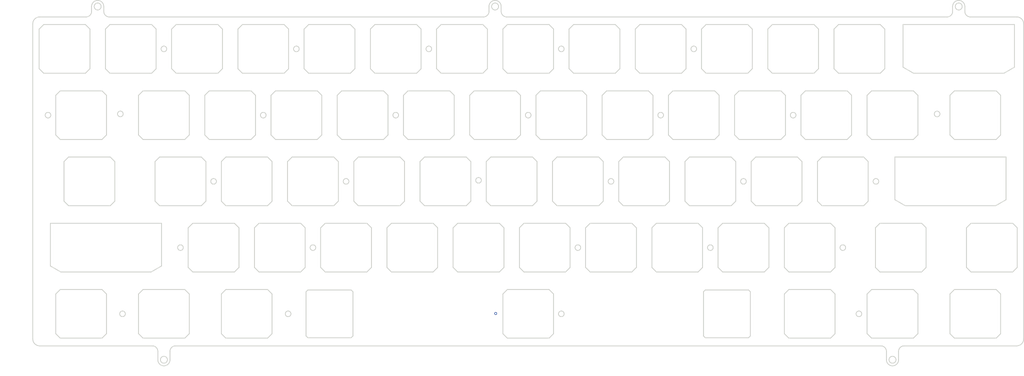
<source format=kicad_pcb>
(kicad_pcb (version 20211014) (generator pcbnew)
  (layers (0 "F.Cu" signal) (31 "B.Cu" signal) (34 "B.Paste" user) (35 "F.Paste" user) (36 "B.SilkS" user "B.Silkscreen") (37 "F.SilkS" user "F.Silkscreen") (38 "B.Mask" user) (39 "F.Mask" user) (44 "Edge.Cuts" user))
  (net 0 "")
  (gr_line (start 144.221433 131.866964) (end 142.920433 130.565964) (layer "Edge.Cuts") (width 0.2))
  (gr_line (start 206.133933 79.766964) (end 218.131933 79.766964) (layer "Edge.Cuts") (width 0.2))
  (gr_arc (start 333.582929 77.567005) (mid 334.997143 78.152791) (end 335.582929 79.567005) (layer "Edge.Cuts") (width 0.2))
  (gr_line (start 205.145433 138.217964) (end 205.145433 149.615964) (layer "Edge.Cuts") (width 0.2))
  (gr_line (start 281.345433 149.615964) (end 280.044433 150.916964) (layer "Edge.Cuts") (width 0.2))
  (gr_line (start 67.032933 81.067964) (end 67.032933 92.465964) (layer "Edge.Cuts") (width 0.2))
  (gr_line (start 157.520433 130.565964) (end 156.219433 131.866964) (layer "Edge.Cuts") (width 0.2))
  (gr_line (start 276.270433 119.167964) (end 277.571433 117.866964) (layer "Edge.Cuts") (width 0.2))
  (gr_line (start 244.233933 93.766964) (end 242.932933 92.465964) (layer "Edge.Cuts") (width 0.2))
  (gr_line (start 129.201933 169.329464) (end 129.201933 156.604464) (layer "Edge.Cuts") (width 0.2))
  (gr_line (start 242.932933 92.465964) (end 242.932933 81.067964) (layer "Edge.Cuts") (width 0.2))
  (gr_line (start 237.181933 79.766964) (end 238.482933 81.067964) (layer "Edge.Cuts") (width 0.2))
  (gr_line (start 295.632933 81.067964) (end 295.632933 92.465964) (layer "Edge.Cuts") (width 0.2))
  (gr_line (start 152.757933 111.515964) (end 151.456933 112.816964) (layer "Edge.Cuts") (width 0.2))
  (gr_arc (start 72.607933 77.567005) (mid 71.476562 77.098376) (end 71.007933 75.967005) (layer "Edge.Cuts") (width 0.2))
  (gr_line (start 215.658933 112.816964) (end 214.357933 111.515964) (layer "Edge.Cuts") (width 0.2))
  (gr_line (start 108.594433 150.916964) (end 96.596433 150.916964) (layer "Edge.Cuts") (width 0.2))
  (gr_line (start 152.445433 149.615964) (end 152.445433 138.217964) (layer "Edge.Cuts") (width 0.2))
  (gr_line (start 137.169433 117.866964) (end 138.470433 119.167964) (layer "Edge.Cuts") (width 0.2))
  (gr_line (start 199.081933 155.966964) (end 200.382933 157.267964) (layer "Edge.Cuts") (width 0.2))
  (gr_line (start 268.046433 169.966964) (end 266.745433 168.665964) (layer "Edge.Cuts") (width 0.2))
  (gr_line (start 151.456933 98.816964) (end 152.757933 100.117964) (layer "Edge.Cuts") (width 0.2))
  (gr_line (start 163.271433 117.866964) (end 175.269433 117.866964) (layer "Edge.Cuts") (width 0.2))
  (gr_line (start 134.696433 136.916964) (end 146.694433 136.916964) (layer "Edge.Cuts") (width 0.2))
  (gr_line (start 315.157933 74.566984) (end 315.157933 75.967005) (layer "Edge.Cuts") (width 0.2))
  (gr_line (start 260.994433 150.916964) (end 248.996433 150.916964) (layer "Edge.Cuts") (width 0.2))
  (gr_line (start 195.620433 130.565964) (end 194.319433 131.866964) (layer "Edge.Cuts") (width 0.2))
  (gr_line (start 84.781933 93.766964) (end 72.783933 93.766964) (layer "Edge.Cuts") (width 0.2))
  (gr_line (start 185.307933 75.967005) (end 185.307933 74.566986) (layer "Edge.Cuts") (width 0.2))
  (gr_line (start 142.920433 130.565964) (end 142.920433 119.167964) (layer "Edge.Cuts") (width 0.2))
  (gr_line (start 237.181933 93.766964) (end 225.183933 93.766964) (layer "Edge.Cuts") (width 0.2))
  (gr_line (start 252.770433 119.167964) (end 252.770433 130.565964) (layer "Edge.Cuts") (width 0.2))
  (gr_line (start 59.576683 130.565964) (end 59.576683 119.167964) (layer "Edge.Cuts") (width 0.2))
  (gr_line (start 114.345433 149.615964) (end 114.345433 138.217964) (layer "Edge.Cuts") (width 0.2))
  (gr_line (start 233.407933 111.515964) (end 233.407933 100.117964) (layer "Edge.Cuts") (width 0.2))
  (gr_line (start 229.946433 136.916964) (end 241.944433 136.916964) (layer "Edge.Cuts") (width 0.2))
  (gr_line (start 229.946433 136.916964) (end 241.944433 136.916964) (layer "Edge.Cuts") (width 0.2))
  (gr_line (start 271.507933 100.117964) (end 272.808933 98.816964) (layer "Edge.Cuts") (width 0.2))
  (gr_line (start 189.556933 98.816964) (end 190.857933 100.117964) (layer "Edge.Cuts") (width 0.2))
  (gr_line (start 243.245433 149.615964) (end 241.944433 150.916964) (layer "Edge.Cuts") (width 0.2))
  (gr_line (start 232.419433 117.866964) (end 233.720433 119.167964) (layer "Edge.Cuts") (width 0.2))
  (gr_line (start 286.107933 100.117964) (end 286.107933 111.515964) (layer "Edge.Cuts") (width 0.2))
  (gr_line (start 241.944433 150.916964) (end 229.946433 150.916964) (layer "Edge.Cuts") (width 0.2))
  (gr_line (start 242.932933 81.067964) (end 244.233933 79.766964) (layer "Edge.Cuts") (width 0.2))
  (gr_line (start 52.432933 81.067964) (end 53.733933 79.766964) (layer "Edge.Cuts") (width 0.2))
  (gr_line (start 294.240183 136.916964) (end 306.238183 136.916964) (layer "Edge.Cuts") (width 0.2))
  (gr_line (start 300.907933 92.034964) (end 300.907933 79.766964) (layer "Edge.Cuts") (width 0.2))
  (gr_line (start 263.283933 79.766964) (end 275.281933 79.766964) (layer "Edge.Cuts") (width 0.2))
  (gr_line (start 258.521433 131.866964) (end 257.220433 130.565964) (layer "Edge.Cuts") (width 0.2))
  (gr_line (start 91.833933 79.766964) (end 103.831933 79.766964) (layer "Edge.Cuts") (width 0.2))
  (gr_arc (start 90.057933 173.767005) (mid 90.526562 172.635634) (end 91.657933 172.167005) (layer "Edge.Cuts") (width 0.2))
  (gr_line (start 96.596433 150.916964) (end 95.295433 149.615964) (layer "Edge.Cuts") (width 0.2))
  (gr_line (start 187.083933 93.766964) (end 185.782933 92.465964) (layer "Edge.Cuts") (width 0.2))
  (gr_line (start 95.607933 157.267964) (end 95.607933 168.665964) (layer "Edge.Cuts") (width 0.2))
  (gr_line (start 95.607933 157.267964) (end 95.607933 168.665964) (layer "Edge.Cuts") (width 0.2))
  (gr_line (start 242.932933 81.067964) (end 244.233933 79.766964) (layer "Edge.Cuts") (width 0.2))
  (gr_line (start 190.545433 138.217964) (end 191.846433 136.916964) (layer "Edge.Cuts") (width 0.2))
  (gr_line (start 281.345433 138.217964) (end 281.345433 149.615964) (layer "Edge.Cuts") (width 0.2))
  (gr_circle (center 88.307933 86.766964) (end 87.496433 86.766964) (layer "Edge.Cuts") (width 0.2) (fill none))
  (gr_line (start 105.132933 92.465964) (end 103.831933 93.766964) (layer "Edge.Cuts") (width 0.2))
  (gr_line (start 187.083933 155.966964) (end 199.081933 155.966964) (layer "Edge.Cuts") (width 0.2))
  (gr_line (start 82.308933 169.966964) (end 81.007933 168.665964) (layer "Edge.Cuts") (width 0.2))
  (gr_line (start 261.982933 81.067964) (end 263.283933 79.766964) (layer "Edge.Cuts") (width 0.2))
  (gr_line (start 223.882933 81.067964) (end 225.183933 79.766964) (layer "Edge.Cuts") (width 0.2))
  (gr_line (start 303.856933 98.816964) (end 305.157933 100.117964) (layer "Edge.Cuts") (width 0.2))
  (gr_line (start 233.407933 100.117964) (end 234.708933 98.816964) (layer "Edge.Cuts") (width 0.2))
  (gr_line (start 52.432933 92.465964) (end 52.432933 81.067964) (layer "Edge.Cuts") (width 0.2))
  (gr_line (start 272.808933 98.816964) (end 284.806933 98.816964) (layer "Edge.Cuts") (width 0.2))
  (gr_line (start 104.820433 157.267964) (end 106.121433 155.966964) (layer "Edge.Cuts") (width 0.2))
  (gr_line (start 307.539183 149.615964) (end 306.238183 150.916964) (layer "Edge.Cuts") (width 0.2))
  (gr_line (start 200.070433 130.565964) (end 200.070433 119.167964) (layer "Edge.Cuts") (width 0.2))
  (gr_line (start 303.856933 112.816964) (end 291.858933 112.816964) (layer "Edge.Cuts") (width 0.2))
  (gr_line (start 142.663933 156.604464) (end 142.663933 169.329464) (layer "Edge.Cuts") (width 0.2))
  (gr_line (start 294.331933 79.766964) (end 295.632933 81.067964) (layer "Edge.Cuts") (width 0.2))
  (gr_line (start 253.758933 98.816964) (end 265.756933 98.816964) (layer "Edge.Cuts") (width 0.2))
  (gr_line (start 85.770433 130.565964) (end 85.770433 119.167964) (layer "Edge.Cuts") (width 0.2))
  (gr_line (start 101.358933 112.816964) (end 100.057933 111.515964) (layer "Edge.Cuts") (width 0.2))
  (gr_line (start 125.171433 131.866964) (end 123.870433 130.565964) (layer "Edge.Cuts") (width 0.2))
  (gr_line (start 196.608933 112.816964) (end 195.307933 111.515964) (layer "Edge.Cuts") (width 0.2))
  (gr_line (start 306.238183 150.916964) (end 294.240183 150.916964) (layer "Edge.Cuts") (width 0.2))
  (gr_circle (center 93.070433 143.916964) (end 92.258933 143.916964) (layer "Edge.Cuts") (width 0.2) (fill none))
  (gr_line (start 128.945433 138.217964) (end 128.945433 149.615964) (layer "Edge.Cuts") (width 0.2))
  (gr_line (start 72.783933 93.766964) (end 71.482933 92.465964) (layer "Edge.Cuts") (width 0.2))
  (gr_line (start 100.057933 111.515964) (end 100.057933 100.117964) (layer "Edge.Cuts") (width 0.2))
  (gr_line (start 123.870433 130.565964) (end 123.870433 119.167964) (layer "Edge.Cuts") (width 0.2))
  (gr_line (start 194.319433 131.866964) (end 182.321433 131.866964) (layer "Edge.Cuts") (width 0.2))
  (gr_line (start 265.756933 112.816964) (end 253.758933 112.816964) (layer "Edge.Cuts") (width 0.2))
  (gr_line (start 275.281933 79.766964) (end 276.582933 81.067964) (layer "Edge.Cuts") (width 0.2))
  (gr_line (start 133.395433 149.615964) (end 133.395433 138.217964) (layer "Edge.Cuts") (width 0.2))
  (gr_line (start 276.582933 92.465964) (end 275.281933 93.766964) (layer "Edge.Cuts") (width 0.2))
  (gr_line (start 129.201933 156.604464) (end 129.709933 156.096464) (layer "Edge.Cuts") (width 0.2))
  (gr_line (start 157.520433 130.565964) (end 156.219433 131.866964) (layer "Edge.Cuts") (width 0.2))
  (gr_line (start 200.070433 119.167964) (end 201.371433 117.866964) (layer "Edge.Cuts") (width 0.2))
  (gr_line (start 127.644433 150.916964) (end 115.646433 150.916964) (layer "Edge.Cuts") (width 0.2))
  (gr_line (start 87.071433 131.866964) (end 85.770433 130.565964) (layer "Edge.Cuts") (width 0.2))
  (gr_line (start 182.321433 117.866964) (end 194.319433 117.866964) (layer "Edge.Cuts") (width 0.2))
  (gr_line (start 94.306933 155.966964) (end 95.607933 157.267964) (layer "Edge.Cuts") (width 0.2))
  (gr_circle (center 254.995433 124.866964) (end 254.183933 124.866964) (layer "Edge.Cuts") (width 0.2) (fill none))
  (gr_line (start 233.720433 130.565964) (end 232.419433 131.866964) (layer "Edge.Cuts") (width 0.2))
  (gr_arc (start 90.057933 173.767005) (mid 90.526562 172.635634) (end 91.657933 172.167005) (layer "Edge.Cuts") (width 0.2))
  (gr_circle (center 231.182933 105.816964) (end 230.371433 105.816964) (layer "Edge.Cuts") (width 0.2) (fill none))
  (gr_line (start 319.132933 149.615964) (end 319.132933 138.217964) (layer "Edge.Cuts") (width 0.2))
  (gr_line (start 176.257933 100.117964) (end 177.558933 98.816964) (layer "Edge.Cuts") (width 0.2))
  (gr_line (start 268.046433 136.916964) (end 280.044433 136.916964) (layer "Edge.Cuts") (width 0.2))
  (gr_line (start 166.732933 81.067964) (end 168.033933 79.766964) (layer "Edge.Cuts") (width 0.2))
  (gr_arc (start 84.957933 172.167005) (mid 86.089304 172.635634) (end 86.557933 173.767005) (layer "Edge.Cuts") (width 0.2))
  (gr_line (start 128.632933 81.067964) (end 129.933933 79.766964) (layer "Edge.Cuts") (width 0.2))
  (gr_line (start 55.639183 136.916964) (end 87.639183 136.916964) (layer "Edge.Cuts") (width 0.2))
  (gr_line (start 60.877683 131.866964) (end 59.576683 130.565964) (layer "Edge.Cuts") (width 0.2))
  (gr_line (start 82.308933 112.816964) (end 81.007933 111.515964) (layer "Edge.Cuts") (width 0.2))
  (gr_line (start 305.157933 100.117964) (end 305.157933 111.515964) (layer "Edge.Cuts") (width 0.2))
  (gr_line (start 71.795433 100.117964) (end 71.795433 111.515964) (layer "Edge.Cuts") (width 0.2))
  (gr_line (start 185.782933 81.067964) (end 187.083933 79.766964) (layer "Edge.Cuts") (width 0.2))
  (gr_line (start 185.782933 92.465964) (end 185.782933 81.067964) (layer "Edge.Cuts") (width 0.2))
  (gr_line (start 303.856933 169.966964) (end 291.858933 169.966964) (layer "Edge.Cuts") (width 0.2))
  (gr_arc (start 67.507933 75.967005) (mid 67.039304 77.098376) (end 65.907933 77.567005) (layer "Edge.Cuts") (width 0.2))
  (gr_circle (center 231.182933 105.816964) (end 230.371433 105.816964) (layer "Edge.Cuts") (width 0.2) (fill none))
  (gr_line (start 241.944433 150.916964) (end 229.946433 150.916964) (layer "Edge.Cuts") (width 0.2))
  (gr_line (start 335.582929 170.167005) (end 335.582929 79.567005) (layer "Edge.Cuts") (width 0.2))
  (gr_line (start 201.371433 117.866964) (end 213.369433 117.866964) (layer "Edge.Cuts") (width 0.2))
  (gr_line (start 291.858933 98.816964) (end 303.856933 98.816964) (layer "Edge.Cuts") (width 0.2))
  (gr_line (start 186.095433 138.217964) (end 186.095433 149.615964) (layer "Edge.Cuts") (width 0.2))
  (gr_line (start 105.132933 81.067964) (end 105.132933 92.465964) (layer "Edge.Cuts") (width 0.2))
  (gr_line (start 142.663933 169.329464) (end 142.155933 169.837464) (layer "Edge.Cuts") (width 0.2))
  (gr_line (start 189.556933 112.816964) (end 177.558933 112.816964) (layer "Edge.Cuts") (width 0.2))
  (gr_line (start 291.858933 169.966964) (end 290.557933 168.665964) (layer "Edge.Cuts") (width 0.2))
  (gr_line (start 239.471433 117.866964) (end 251.469433 117.866964) (layer "Edge.Cuts") (width 0.2))
  (gr_line (start 52.432933 81.067964) (end 53.733933 79.766964) (layer "Edge.Cuts") (width 0.2))
  (gr_line (start 160.981933 93.766964) (end 148.983933 93.766964) (layer "Edge.Cuts") (width 0.2))
  (gr_line (start 238.482933 92.465964) (end 237.181933 93.766964) (layer "Edge.Cuts") (width 0.2))
  (gr_line (start 55.639183 136.916964) (end 87.639183 136.916964) (layer "Edge.Cuts") (width 0.2))
  (gr_line (start 195.620433 119.167964) (end 195.620433 130.565964) (layer "Edge.Cuts") (width 0.2))
  (gr_line (start 243.245433 138.217964) (end 243.245433 149.615964) (layer "Edge.Cuts") (width 0.2))
  (gr_line (start 167.045433 149.615964) (end 165.744433 150.916964) (layer "Edge.Cuts") (width 0.2))
  (gr_line (start 200.382933 168.665964) (end 199.081933 169.966964) (layer "Edge.Cuts") (width 0.2))
  (gr_line (start 218.131933 79.766964) (end 219.432933 81.067964) (layer "Edge.Cuts") (width 0.2))
  (gr_line (start 319.132933 149.615964) (end 319.132933 138.217964) (layer "Edge.Cuts") (width 0.2))
  (gr_line (start 142.663933 169.329464) (end 142.155933 169.837464) (layer "Edge.Cuts") (width 0.2))
  (gr_line (start 143.232933 81.067964) (end 143.232933 92.465964) (layer "Edge.Cuts") (width 0.2))
  (gr_line (start 104.820433 130.565964) (end 104.820433 119.167964) (layer "Edge.Cuts") (width 0.2))
  (gr_line (start 65.731933 79.766964) (end 67.032933 81.067964) (layer "Edge.Cuts") (width 0.2))
  (gr_circle (center 178.795433 124.566964) (end 177.983933 124.566964) (layer "Edge.Cuts") (width 0.2) (fill none))
  (gr_line (start 153.746433 150.916964) (end 152.445433 149.615964) (layer "Edge.Cuts") (width 0.2))
  (gr_line (start 103.831933 93.766964) (end 91.833933 93.766964) (layer "Edge.Cuts") (width 0.2))
  (gr_line (start 59.576683 130.565964) (end 59.576683 119.167964) (layer "Edge.Cuts") (width 0.2))
  (gr_arc (start 67.507933 75.967005) (mid 67.039304 77.098376) (end 65.907933 77.567005) (layer "Edge.Cuts") (width 0.2))
  (gr_line (start 129.201933 156.604464) (end 129.709933 156.096464) (layer "Edge.Cuts") (width 0.2))
  (gr_line (start 204.832933 81.067964) (end 206.133933 79.766964) (layer "Edge.Cuts") (width 0.2))
  (gr_line (start 280.044433 136.916964) (end 281.345433 138.217964) (layer "Edge.Cuts") (width 0.2))
  (gr_line (start 184.794433 150.916964) (end 172.796433 150.916964) (layer "Edge.Cuts") (width 0.2))
  (gr_arc (start 181.807933 74.566986) (mid 183.557933 72.816986) (end 185.307933 74.566986) (layer "Edge.Cuts") (width 0.2))
  (gr_line (start 86.082933 81.067964) (end 86.082933 92.465964) (layer "Edge.Cuts") (width 0.2))
  (gr_line (start 157.207933 100.117964) (end 158.508933 98.816964) (layer "Edge.Cuts") (width 0.2))
  (gr_line (start 58.496433 155.966964) (end 70.494433 155.966964) (layer "Edge.Cuts") (width 0.2))
  (gr_line (start 224.195433 149.615964) (end 222.894433 150.916964) (layer "Edge.Cuts") (width 0.2))
  (gr_arc (start 181.807933 75.967005) (mid 181.339304 77.098376) (end 180.207933 77.567005) (layer "Edge.Cuts") (width 0.2))
  (gr_line (start 55.639183 149.184964) (end 55.639183 136.916964) (layer "Edge.Cuts") (width 0.2))
  (gr_line (start 70.494433 169.966964) (end 58.496433 169.966964) (layer "Edge.Cuts") (width 0.2))
  (gr_line (start 71.795433 100.117964) (end 71.795433 111.515964) (layer "Edge.Cuts") (width 0.2))
  (gr_line (start 100.057933 100.117964) (end 101.358933 98.816964) (layer "Edge.Cuts") (width 0.2))
  (gr_line (start 100.370433 130.565964) (end 99.069433 131.866964) (layer "Edge.Cuts") (width 0.2))
  (gr_line (start 199.081933 79.766964) (end 200.382933 81.067964) (layer "Edge.Cuts") (width 0.2))
  (gr_line (start 67.032933 92.465964) (end 65.731933 93.766964) (layer "Edge.Cuts") (width 0.2))
  (gr_line (start 204.832933 92.465964) (end 204.832933 81.067964) (layer "Edge.Cuts") (width 0.2))
  (gr_circle (center 131.170433 143.916964) (end 130.358933 143.916964) (layer "Edge.Cuts") (width 0.2) (fill none))
  (gr_line (start 181.020433 130.565964) (end 181.020433 119.167964) (layer "Edge.Cuts") (width 0.2))
  (gr_line (start 147.682933 92.465964) (end 147.682933 81.067964) (layer "Edge.Cuts") (width 0.2))
  (gr_arc (start 181.807933 74.566986) (mid 183.557933 72.816986) (end 185.307933 74.566986) (layer "Edge.Cuts") (width 0.2))
  (gr_line (start 166.732933 92.465964) (end 166.732933 81.067964) (layer "Edge.Cuts") (width 0.2))
  (gr_line (start 314.370433 111.515964) (end 314.370433 100.117964) (layer "Edge.Cuts") (width 0.2))
  (gr_line (start 172.796433 136.916964) (end 184.794433 136.916964) (layer "Edge.Cuts") (width 0.2))
  (gr_line (start 152.757933 111.515964) (end 151.456933 112.816964) (layer "Edge.Cuts") (width 0.2))
  (gr_line (start 65.907933 77.567005) (end 52.582905 77.567005) (layer "Edge.Cuts") (width 0.2))
  (gr_line (start 252.770433 130.565964) (end 251.469433 131.866964) (layer "Edge.Cuts") (width 0.2))
  (gr_line (start 171.807933 111.515964) (end 170.506933 112.816964) (layer "Edge.Cuts") (width 0.2))
  (gr_line (start 301.526683 131.866964) (end 298.526683 130.134964) (layer "Edge.Cuts") (width 0.2))
  (gr_line (start 91.657933 172.167005) (end 294.507933 172.167005) (layer "Edge.Cuts") (width 0.2))
  (gr_line (start 104.820433 119.167964) (end 106.121433 117.866964) (layer "Edge.Cuts") (width 0.2))
  (gr_line (start 172.796433 150.916964) (end 171.495433 149.615964) (layer "Edge.Cuts") (width 0.2))
  (gr_line (start 71.795433 111.515964) (end 70.494433 112.816964) (layer "Edge.Cuts") (width 0.2))
  (gr_line (start 208.606933 98.816964) (end 209.907933 100.117964) (layer "Edge.Cuts") (width 0.2))
  (gr_line (start 70.494433 112.816964) (end 58.496433 112.816964) (layer "Edge.Cuts") (width 0.2))
  (gr_line (start 91.657933 172.167005) (end 294.507933 172.167005) (layer "Edge.Cuts") (width 0.2))
  (gr_line (start 251.469433 131.866964) (end 239.471433 131.866964) (layer "Edge.Cuts") (width 0.2))
  (gr_line (start 315.671433 98.816964) (end 327.669433 98.816964) (layer "Edge.Cuts") (width 0.2))
  (gr_line (start 84.781933 79.766964) (end 86.082933 81.067964) (layer "Edge.Cuts") (width 0.2))
  (gr_line (start 214.357933 111.515964) (end 214.357933 100.117964) (layer "Edge.Cuts") (width 0.2))
  (gr_line (start 243.245433 138.217964) (end 243.245433 149.615964) (layer "Edge.Cuts") (width 0.2))
  (gr_line (start 175.269433 117.866964) (end 176.570433 119.167964) (layer "Edge.Cuts") (width 0.2))
  (gr_line (start 119.107933 100.117964) (end 120.408933 98.816964) (layer "Edge.Cuts") (width 0.2))
  (gr_line (start 292.939183 138.217964) (end 294.240183 136.916964) (layer "Edge.Cuts") (width 0.2))
  (gr_line (start 81.007933 157.267964) (end 82.308933 155.966964) (layer "Edge.Cuts") (width 0.2))
  (gr_line (start 271.820433 130.565964) (end 270.519433 131.866964) (layer "Edge.Cuts") (width 0.2))
  (gr_line (start 213.369433 117.866964) (end 214.670433 119.167964) (layer "Edge.Cuts") (width 0.2))
  (gr_line (start 57.195433 168.665964) (end 57.195433 157.267964) (layer "Edge.Cuts") (width 0.2))
  (gr_line (start 114.657933 111.515964) (end 113.356933 112.816964) (layer "Edge.Cuts") (width 0.2))
  (gr_line (start 303.856933 155.966964) (end 305.157933 157.267964) (layer "Edge.Cuts") (width 0.2))
  (gr_line (start 106.121433 117.866964) (end 118.119433 117.866964) (layer "Edge.Cuts") (width 0.2))
  (gr_line (start 232.419433 131.866964) (end 220.421433 131.866964) (layer "Edge.Cuts") (width 0.2))
  (gr_line (start 119.420433 130.565964) (end 118.119433 131.866964) (layer "Edge.Cuts") (width 0.2))
  (gr_line (start 85.770433 119.167964) (end 87.071433 117.866964) (layer "Edge.Cuts") (width 0.2))
  (gr_line (start 170.506933 112.816964) (end 158.508933 112.816964) (layer "Edge.Cuts") (width 0.2))
  (gr_line (start 110.883933 79.766964) (end 122.881933 79.766964) (layer "Edge.Cuts") (width 0.2))
  (gr_line (start 163.271433 131.866964) (end 161.970433 130.565964) (layer "Edge.Cuts") (width 0.2))
  (gr_line (start 298.526683 130.134964) (end 298.526683 117.866964) (layer "Edge.Cuts") (width 0.2))
  (gr_circle (center 116.882933 105.816964) (end 116.071433 105.816964) (layer "Edge.Cuts") (width 0.2) (fill none))
  (gr_line (start 266.745433 168.665964) (end 266.745433 157.267964) (layer "Edge.Cuts") (width 0.2))
  (gr_line (start 296.107933 173.767005) (end 296.107932 176.166984) (layer "Edge.Cuts") (width 0.2))
  (gr_line (start 119.420433 168.665964) (end 118.119433 169.966964) (layer "Edge.Cuts") (width 0.2))
  (gr_line (start 168.033933 79.766964) (end 180.031933 79.766964) (layer "Edge.Cuts") (width 0.2))
  (gr_line (start 199.081933 79.766964) (end 200.382933 81.067964) (layer "Edge.Cuts") (width 0.2))
  (gr_line (start 256.231933 79.766964) (end 257.532933 81.067964) (layer "Edge.Cuts") (width 0.2))
  (gr_line (start 303.856933 112.816964) (end 291.858933 112.816964) (layer "Edge.Cuts") (width 0.2))
  (gr_line (start 151.456933 98.816964) (end 152.757933 100.117964) (layer "Edge.Cuts") (width 0.2))
  (gr_line (start 91.833933 93.766964) (end 90.532933 92.465964) (layer "Edge.Cuts") (width 0.2))
  (gr_circle (center 76.401683 162.966964) (end 75.590183 162.966964) (layer "Edge.Cuts") (width 0.2) (fill none))
  (gr_line (start 203.844433 136.916964) (end 205.145433 138.217964) (layer "Edge.Cuts") (width 0.2))
  (gr_line (start 147.995433 138.217964) (end 147.995433 149.615964) (layer "Edge.Cuts") (width 0.2))
  (gr_line (start 138.470433 119.167964) (end 138.470433 130.565964) (layer "Edge.Cuts") (width 0.2))
  (gr_line (start 289.569433 117.866964) (end 290.870433 119.167964) (layer "Edge.Cuts") (width 0.2))
  (gr_line (start 142.663933 156.604464) (end 142.663933 169.329464) (layer "Edge.Cuts") (width 0.2))
  (gr_line (start 190.545433 149.615964) (end 190.545433 138.217964) (layer "Edge.Cuts") (width 0.2))
  (gr_line (start 228.645433 138.217964) (end 229.946433 136.916964) (layer "Edge.Cuts") (width 0.2))
  (gr_line (start 227.656933 112.816964) (end 215.658933 112.816964) (layer "Edge.Cuts") (width 0.2))
  (gr_line (start 238.170433 119.167964) (end 239.471433 117.866964) (layer "Edge.Cuts") (width 0.2))
  (gr_line (start 85.770433 119.167964) (end 87.071433 117.866964) (layer "Edge.Cuts") (width 0.2))
  (gr_line (start 267.057933 111.515964) (end 265.756933 112.816964) (layer "Edge.Cuts") (width 0.2))
  (gr_line (start 258.521433 117.866964) (end 270.519433 117.866964) (layer "Edge.Cuts") (width 0.2))
  (gr_line (start 330.526683 117.866964) (end 330.526683 130.134964) (layer "Edge.Cuts") (width 0.2))
  (gr_line (start 119.420433 168.665964) (end 118.119433 169.966964) (layer "Edge.Cuts") (width 0.2))
  (gr_line (start 280.044433 169.966964) (end 268.046433 169.966964) (layer "Edge.Cuts") (width 0.2))
  (gr_line (start 257.532933 81.067964) (end 257.532933 92.465964) (layer "Edge.Cuts") (width 0.2))
  (gr_circle (center 75.782933 105.466964) (end 74.971433 105.466964) (layer "Edge.Cuts") (width 0.2) (fill none))
  (gr_line (start 118.119433 117.866964) (end 119.420433 119.167964) (layer "Edge.Cuts") (width 0.2))
  (gr_line (start 122.881933 79.766964) (end 124.182933 81.067964) (layer "Edge.Cuts") (width 0.2))
  (gr_line (start 191.846433 150.916964) (end 190.545433 149.615964) (layer "Edge.Cuts") (width 0.2))
  (gr_line (start 270.519433 131.866964) (end 258.521433 131.866964) (layer "Edge.Cuts") (width 0.2))
  (gr_line (start 81.007933 100.117964) (end 82.308933 98.816964) (layer "Edge.Cuts") (width 0.2))
  (gr_line (start 180.031933 93.766964) (end 168.033933 93.766964) (layer "Edge.Cuts") (width 0.2))
  (gr_line (start 267.057933 100.117964) (end 267.057933 111.515964) (layer "Edge.Cuts") (width 0.2))
  (gr_line (start 214.357933 100.117964) (end 215.658933 98.816964) (layer "Edge.Cuts") (width 0.2))
  (gr_line (start 133.707933 111.515964) (end 132.406933 112.816964) (layer "Edge.Cuts") (width 0.2))
  (gr_line (start 290.557933 111.515964) (end 290.557933 100.117964) (layer "Edge.Cuts") (width 0.2))
  (gr_line (start 95.607933 168.665964) (end 94.306933 169.966964) (layer "Edge.Cuts") (width 0.2))
  (gr_circle (center 240.707933 86.766964) (end 239.896433 86.766964) (layer "Edge.Cuts") (width 0.2) (fill none))
  (gr_line (start 313.557933 77.567005) (end 186.907933 77.567005) (layer "Edge.Cuts") (width 0.2))
  (gr_line (start 147.995433 149.615964) (end 146.694433 150.916964) (layer "Edge.Cuts") (width 0.2))
  (gr_line (start 171.495433 138.217964) (end 172.796433 136.916964) (layer "Edge.Cuts") (width 0.2))
  (gr_line (start 220.421433 117.866964) (end 232.419433 117.866964) (layer "Edge.Cuts") (width 0.2))
  (gr_line (start 215.658933 112.816964) (end 214.357933 111.515964) (layer "Edge.Cuts") (width 0.2))
  (gr_line (start 191.846433 136.916964) (end 203.844433 136.916964) (layer "Edge.Cuts") (width 0.2))
  (gr_line (start 268.046433 155.966964) (end 280.044433 155.966964) (layer "Edge.Cuts") (width 0.2))
  (gr_line (start 303.856933 155.966964) (end 305.157933 157.267964) (layer "Edge.Cuts") (width 0.2))
  (gr_line (start 276.270433 130.565964) (end 276.270433 119.167964) (layer "Edge.Cuts") (width 0.2))
  (gr_line (start 209.595433 138.217964) (end 210.896433 136.916964) (layer "Edge.Cuts") (width 0.2))
  (gr_line (start 303.856933 169.966964) (end 291.858933 169.966964) (layer "Edge.Cuts") (width 0.2))
  (gr_line (start 53.733933 93.766964) (end 52.432933 92.465964) (layer "Edge.Cuts") (width 0.2))
  (gr_line (start 227.656933 98.816964) (end 228.957933 100.117964) (layer "Edge.Cuts") (width 0.2))
  (gr_line (start 153.746433 136.916964) (end 165.744433 136.916964) (layer "Edge.Cuts") (width 0.2))
  (gr_line (start 86.082933 92.465964) (end 84.781933 93.766964) (layer "Edge.Cuts") (width 0.2))
  (gr_line (start 277.571433 131.866964) (end 276.270433 130.565964) (layer "Edge.Cuts") (width 0.2))
  (gr_line (start 120.408933 112.816964) (end 119.107933 111.515964) (layer "Edge.Cuts") (width 0.2))
  (gr_line (start 182.321433 131.866964) (end 181.020433 130.565964) (layer "Edge.Cuts") (width 0.2))
  (gr_line (start 303.907933 93.766964) (end 300.907933 92.034964) (layer "Edge.Cuts") (width 0.2))
  (gr_line (start 291.858933 169.966964) (end 290.557933 168.665964) (layer "Edge.Cuts") (width 0.2))
  (gr_line (start 137.169433 131.866964) (end 125.171433 131.866964) (layer "Edge.Cuts") (width 0.2))
  (gr_line (start 218.131933 79.766964) (end 219.432933 81.067964) (layer "Edge.Cuts") (width 0.2))
  (gr_line (start 286.107933 111.515964) (end 284.806933 112.816964) (layer "Edge.Cuts") (width 0.2))
  (gr_line (start 186.095433 149.615964) (end 184.794433 150.916964) (layer "Edge.Cuts") (width 0.2))
  (gr_line (start 195.620433 130.565964) (end 194.319433 131.866964) (layer "Edge.Cuts") (width 0.2))
  (gr_line (start 306.238183 136.916964) (end 307.539183 138.217964) (layer "Edge.Cuts") (width 0.2))
  (gr_circle (center 124.026683 162.966964) (end 123.215183 162.966964) (layer "Edge.Cuts") (width 0.2) (fill none))
  (gr_line (start 143.232933 92.465964) (end 141.931933 93.766964) (layer "Edge.Cuts") (width 0.2))
  (gr_line (start 81.007933 111.515964) (end 81.007933 100.117964) (layer "Edge.Cuts") (width 0.2))
  (gr_line (start 118.119433 169.966964) (end 106.121433 169.966964) (layer "Edge.Cuts") (width 0.2))
  (gr_circle (center 102.595433 124.866964) (end 101.783933 124.866964) (layer "Edge.Cuts") (width 0.2) (fill none))
  (gr_line (start 104.820433 119.167964) (end 106.121433 117.866964) (layer "Edge.Cuts") (width 0.2))
  (gr_line (start 213.369433 117.866964) (end 214.670433 119.167964) (layer "Edge.Cuts") (width 0.2))
  (gr_line (start 280.044433 155.966964) (end 281.345433 157.267964) (layer "Edge.Cuts") (width 0.2))
  (gr_line (start 314.370433 168.665964) (end 314.370433 157.267964) (layer "Edge.Cuts") (width 0.2))
  (gr_line (start 243.245433 149.615964) (end 241.944433 150.916964) (layer "Edge.Cuts") (width 0.2))
  (gr_line (start 290.557933 157.267964) (end 291.858933 155.966964) (layer "Edge.Cuts") (width 0.2))
  (gr_line (start 247.695433 149.615964) (end 247.695433 138.217964) (layer "Edge.Cuts") (width 0.2))
  (gr_arc (start 52.582905 172.167005) (mid 51.168691 171.581219) (end 50.582905 170.167005) (layer "Edge.Cuts") (width 0.2))
  (gr_line (start 58.496433 98.816964) (end 70.494433 98.816964) (layer "Edge.Cuts") (width 0.2))
  (gr_line (start 298.526683 130.134964) (end 298.526683 117.866964) (layer "Edge.Cuts") (width 0.2))
  (gr_line (start 143.232933 92.465964) (end 141.931933 93.766964) (layer "Edge.Cuts") (width 0.2))
  (gr_line (start 101.358933 98.816964) (end 113.356933 98.816964) (layer "Edge.Cuts") (width 0.2))
  (gr_line (start 290.557933 157.267964) (end 291.858933 155.966964) (layer "Edge.Cuts") (width 0.2))
  (gr_line (start 161.970433 130.565964) (end 161.970433 119.167964) (layer "Edge.Cuts") (width 0.2))
  (gr_line (start 106.121433 117.866964) (end 118.119433 117.866964) (layer "Edge.Cuts") (width 0.2))
  (gr_line (start 332.907933 92.034964) (end 329.907933 93.766964) (layer "Edge.Cuts") (width 0.2))
  (gr_line (start 74.176683 130.565964) (end 72.875683 131.866964) (layer "Edge.Cuts") (width 0.2))
  (gr_line (start 229.946433 150.916964) (end 228.645433 149.615964) (layer "Edge.Cuts") (width 0.2))
  (gr_line (start 267.057933 111.515964) (end 265.756933 112.816964) (layer "Edge.Cuts") (width 0.2))
  (gr_line (start 180.031933 93.766964) (end 168.033933 93.766964) (layer "Edge.Cuts") (width 0.2))
  (gr_line (start 94.306933 112.816964) (end 82.308933 112.816964) (layer "Edge.Cuts") (width 0.2))
  (gr_line (start 58.496433 98.816964) (end 70.494433 98.816964) (layer "Edge.Cuts") (width 0.2))
  (gr_line (start 199.081933 169.966964) (end 187.083933 169.966964) (layer "Edge.Cuts") (width 0.2))
  (gr_line (start 165.744433 136.916964) (end 167.045433 138.217964) (layer "Edge.Cuts") (width 0.2))
  (gr_line (start 133.395433 149.615964) (end 133.395433 138.217964) (layer "Edge.Cuts") (width 0.2))
  (gr_line (start 239.471433 131.866964) (end 238.170433 130.565964) (layer "Edge.Cuts") (width 0.2))
  (gr_line (start 253.758933 112.816964) (end 252.457933 111.515964) (layer "Edge.Cuts") (width 0.2))
  (gr_line (start 176.257933 100.117964) (end 177.558933 98.816964) (layer "Edge.Cuts") (width 0.2))
  (gr_line (start 71.482933 92.465964) (end 71.482933 81.067964) (layer "Edge.Cuts") (width 0.2))
  (gr_line (start 94.306933 155.966964) (end 95.607933 157.267964) (layer "Edge.Cuts") (width 0.2))
  (gr_arc (start 50.582905 79.567005) (mid 51.168691 78.152791) (end 52.582905 77.567005) (layer "Edge.Cuts") (width 0.2))
  (gr_line (start 239.471433 117.866964) (end 251.469433 117.866964) (layer "Edge.Cuts") (width 0.2))
  (gr_line (start 200.382933 92.465964) (end 199.081933 93.766964) (layer "Edge.Cuts") (width 0.2))
  (gr_line (start 81.007933 168.665964) (end 81.007933 157.267964) (layer "Edge.Cuts") (width 0.2))
  (gr_line (start 87.639183 149.184964) (end 84.639183 150.916964) (layer "Edge.Cuts") (width 0.2))
  (gr_line (start 284.806933 98.816964) (end 286.107933 100.117964) (layer "Edge.Cuts") (width 0.2))
  (gr_line (start 162.282933 92.465964) (end 160.981933 93.766964) (layer "Edge.Cuts") (width 0.2))
  (gr_line (start 295.632933 92.465964) (end 294.331933 93.766964) (layer "Edge.Cuts") (width 0.2))
  (gr_line (start 113.356933 98.816964) (end 114.657933 100.117964) (layer "Edge.Cuts") (width 0.2))
  (gr_circle (center 193.082933 105.816964) (end 192.271433 105.816964) (layer "Edge.Cuts") (width 0.2) (fill none))
  (gr_arc (start 299.607932 176.166985) (mid 297.857932 177.916984) (end 296.107932 176.166984) (layer "Edge.Cuts") (width 0.2))
  (gr_line (start 129.933933 93.766964) (end 128.632933 92.465964) (layer "Edge.Cuts") (width 0.2))
  (gr_line (start 168.033933 93.766964) (end 166.732933 92.465964) (layer "Edge.Cuts") (width 0.2))
  (gr_line (start 71.795433 157.267964) (end 71.795433 168.665964) (layer "Edge.Cuts") (width 0.2))
  (gr_line (start 248.996433 136.916964) (end 260.994433 136.916964) (layer "Edge.Cuts") (width 0.2))
  (gr_line (start 187.083933 93.766964) (end 185.782933 92.465964) (layer "Edge.Cuts") (width 0.2))
  (gr_line (start 234.708933 98.816964) (end 246.706933 98.816964) (layer "Edge.Cuts") (width 0.2))
  (gr_line (start 177.558933 112.816964) (end 176.257933 111.515964) (layer "Edge.Cuts") (width 0.2))
  (gr_line (start 71.007933 75.967005) (end 71.007933 74.567002) (layer "Edge.Cuts") (width 0.2))
  (gr_line (start 101.358933 112.816964) (end 100.057933 111.515964) (layer "Edge.Cuts") (width 0.2))
  (gr_line (start 96.596433 136.916964) (end 108.594433 136.916964) (layer "Edge.Cuts") (width 0.2))
  (gr_line (start 65.907933 77.567005) (end 52.582905 77.567005) (layer "Edge.Cuts") (width 0.2))
  (gr_line (start 57.195433 157.267964) (end 58.496433 155.966964) (layer "Edge.Cuts") (width 0.2))
  (gr_line (start 109.895433 138.217964) (end 109.895433 149.615964) (layer "Edge.Cuts") (width 0.2))
  (gr_line (start 58.639183 150.916964) (end 55.639183 149.184964) (layer "Edge.Cuts") (width 0.2))
  (gr_line (start 120.408933 112.816964) (end 119.107933 111.515964) (layer "Edge.Cuts") (width 0.2))
  (gr_line (start 176.570433 130.565964) (end 175.269433 131.866964) (layer "Edge.Cuts") (width 0.2))
  (gr_line (start 204.832933 81.067964) (end 206.133933 79.766964) (layer "Edge.Cuts") (width 0.2))
  (gr_line (start 327.669433 98.816964) (end 328.970433 100.117964) (layer "Edge.Cuts") (width 0.2))
  (gr_line (start 248.007933 100.117964) (end 248.007933 111.515964) (layer "Edge.Cuts") (width 0.2))
  (gr_line (start 307.539183 138.217964) (end 307.539183 149.615964) (layer "Edge.Cuts") (width 0.2))
  (gr_line (start 185.782933 168.665964) (end 185.782933 157.267964) (layer "Edge.Cuts") (width 0.2))
  (gr_line (start 160.981933 79.766964) (end 162.282933 81.067964) (layer "Edge.Cuts") (width 0.2))
  (gr_line (start 156.219433 117.866964) (end 157.520433 119.167964) (layer "Edge.Cuts") (width 0.2))
  (gr_line (start 71.007933 75.967005) (end 71.007933 74.567002) (layer "Edge.Cuts") (width 0.2))
  (gr_line (start 132.406933 112.816964) (end 120.408933 112.816964) (layer "Edge.Cuts") (width 0.2))
  (gr_line (start 290.870433 119.167964) (end 290.870433 130.565964) (layer "Edge.Cuts") (width 0.2))
  (gr_line (start 271.820433 119.167964) (end 271.820433 130.565964) (layer "Edge.Cuts") (width 0.2))
  (gr_line (start 213.369433 131.866964) (end 201.371433 131.866964) (layer "Edge.Cuts") (width 0.2))
  (gr_line (start 224.195433 138.217964) (end 224.195433 149.615964) (layer "Edge.Cuts") (width 0.2))
  (gr_line (start 244.009933 169.837464) (end 243.501933 169.329464) (layer "Edge.Cuts") (width 0.2))
  (gr_arc (start 335.582929 170.167005) (mid 334.997142 171.581218) (end 333.582929 172.167005) (layer "Edge.Cuts") (width 0.2))
  (gr_line (start 194.319433 117.866964) (end 195.620433 119.167964) (layer "Edge.Cuts") (width 0.2))
  (gr_line (start 84.639183 150.916964) (end 58.639183 150.916964) (layer "Edge.Cuts") (width 0.2))
  (gr_line (start 256.963933 169.329464) (end 256.455933 169.837464) (layer "Edge.Cuts") (width 0.2))
  (gr_line (start 246.706933 98.816964) (end 248.007933 100.117964) (layer "Edge.Cuts") (width 0.2))
  (gr_line (start 214.357933 100.117964) (end 215.658933 98.816964) (layer "Edge.Cuts") (width 0.2))
  (gr_line (start 181.332933 81.067964) (end 181.332933 92.465964) (layer "Edge.Cuts") (width 0.2))
  (gr_circle (center 240.707933 86.766964) (end 239.896433 86.766964) (layer "Edge.Cuts") (width 0.2) (fill none))
  (gr_line (start 327.669433 112.816964) (end 315.671433 112.816964) (layer "Edge.Cuts") (width 0.2))
  (gr_line (start 209.907933 100.117964) (end 209.907933 111.515964) (layer "Edge.Cuts") (width 0.2))
  (gr_line (start 271.820433 119.167964) (end 271.820433 130.565964) (layer "Edge.Cuts") (width 0.2))
  (gr_line (start 299.607932 176.166985) (end 299.607933 173.767005) (layer "Edge.Cuts") (width 0.2))
  (gr_line (start 157.520433 119.167964) (end 157.520433 130.565964) (layer "Edge.Cuts") (width 0.2))
  (gr_line (start 290.557933 168.665964) (end 290.557933 157.267964) (layer "Edge.Cuts") (width 0.2))
  (gr_line (start 171.495433 149.615964) (end 171.495433 138.217964) (layer "Edge.Cuts") (width 0.2))
  (gr_line (start 281.032933 92.465964) (end 281.032933 81.067964) (layer "Edge.Cuts") (width 0.2))
  (gr_line (start 238.170433 119.167964) (end 239.471433 117.866964) (layer "Edge.Cuts") (width 0.2))
  (gr_line (start 118.119433 155.966964) (end 119.420433 157.267964) (layer "Edge.Cuts") (width 0.2))
  (gr_line (start 247.695433 138.217964) (end 248.996433 136.916964) (layer "Edge.Cuts") (width 0.2))
  (gr_line (start 271.507933 111.515964) (end 271.507933 100.117964) (layer "Edge.Cuts") (width 0.2))
  (gr_line (start 320.433933 150.916964) (end 319.132933 149.615964) (layer "Edge.Cuts") (width 0.2))
  (gr_line (start 332.907933 92.034964) (end 329.907933 93.766964) (layer "Edge.Cuts") (width 0.2))
  (gr_line (start 294.331933 79.766964) (end 295.632933 81.067964) (layer "Edge.Cuts") (width 0.2))
  (gr_line (start 86.082933 81.067964) (end 86.082933 92.465964) (layer "Edge.Cuts") (width 0.2))
  (gr_line (start 291.858933 112.816964) (end 290.557933 111.515964) (layer "Edge.Cuts") (width 0.2))
  (gr_line (start 280.044433 169.966964) (end 268.046433 169.966964) (layer "Edge.Cuts") (width 0.2))
  (gr_line (start 143.232933 81.067964) (end 143.232933 92.465964) (layer "Edge.Cuts") (width 0.2))
  (gr_line (start 100.057933 100.117964) (end 101.358933 98.816964) (layer "Edge.Cuts") (width 0.2))
  (gr_line (start 260.994433 136.916964) (end 262.295433 138.217964) (layer "Edge.Cuts") (width 0.2))
  (gr_line (start 175.269433 131.866964) (end 163.271433 131.866964) (layer "Edge.Cuts") (width 0.2))
  (gr_line (start 133.395433 138.217964) (end 134.696433 136.916964) (layer "Edge.Cuts") (width 0.2))
  (gr_line (start 252.457933 111.515964) (end 252.457933 100.117964) (layer "Edge.Cuts") (width 0.2))
  (gr_line (start 244.009933 169.837464) (end 243.501933 169.329464) (layer "Edge.Cuts") (width 0.2))
  (gr_line (start 194.319433 117.866964) (end 195.620433 119.167964) (layer "Edge.Cuts") (width 0.2))
  (gr_circle (center 69.257933 74.567002) (end 68.257933 74.567002) (layer "Edge.Cuts") (width 0.2) (fill none))
  (gr_line (start 258.521433 131.866964) (end 257.220433 130.565964) (layer "Edge.Cuts") (width 0.2))
  (gr_line (start 104.820433 168.665964) (end 104.820433 157.267964) (layer "Edge.Cuts") (width 0.2))
  (gr_line (start 219.432933 92.465964) (end 218.131933 93.766964) (layer "Edge.Cuts") (width 0.2))
  (gr_line (start 104.820433 130.565964) (end 104.820433 119.167964) (layer "Edge.Cuts") (width 0.2))
  (gr_line (start 60.877683 131.866964) (end 59.576683 130.565964) (layer "Edge.Cuts") (width 0.2))
  (gr_line (start 142.920433 119.167964) (end 144.221433 117.866964) (layer "Edge.Cuts") (width 0.2))
  (gr_line (start 86.557933 173.767005) (end 86.557932 176.166969) (layer "Edge.Cuts") (width 0.2))
  (gr_line (start 305.157933 157.267964) (end 305.157933 168.665964) (layer "Edge.Cuts") (width 0.2))
  (gr_line (start 138.470433 130.565964) (end 137.169433 131.866964) (layer "Edge.Cuts") (width 0.2))
  (gr_line (start 65.731933 79.766964) (end 67.032933 81.067964) (layer "Edge.Cuts") (width 0.2))
  (gr_line (start 171.495433 149.615964) (end 171.495433 138.217964) (layer "Edge.Cuts") (width 0.2))
  (gr_line (start 180.031933 79.766964) (end 181.332933 81.067964) (layer "Edge.Cuts") (width 0.2))
  (gr_line (start 327.669433 112.816964) (end 315.671433 112.816964) (layer "Edge.Cuts") (width 0.2))
  (gr_line (start 95.295433 149.615964) (end 95.295433 138.217964) (layer "Edge.Cuts") (width 0.2))
  (gr_line (start 222.894433 150.916964) (end 210.896433 150.916964) (layer "Edge.Cuts") (width 0.2))
  (gr_line (start 115.646433 150.916964) (end 114.345433 149.615964) (layer "Edge.Cuts") (width 0.2))
  (gr_line (start 263.283933 93.766964) (end 261.982933 92.465964) (layer "Edge.Cuts") (width 0.2))
  (gr_line (start 119.107933 111.515964) (end 119.107933 100.117964) (layer "Edge.Cuts") (width 0.2))
  (gr_line (start 106.121433 169.966964) (end 104.820433 168.665964) (layer "Edge.Cuts") (width 0.2))
  (gr_line (start 261.982933 92.465964) (end 261.982933 81.067964) (layer "Edge.Cuts") (width 0.2))
  (gr_line (start 100.057933 111.515964) (end 100.057933 100.117964) (layer "Edge.Cuts") (width 0.2))
  (gr_line (start 157.207933 111.515964) (end 157.207933 100.117964) (layer "Edge.Cuts") (width 0.2))
  (gr_line (start 106.121433 169.966964) (end 104.820433 168.665964) (layer "Edge.Cuts") (width 0.2))
  (gr_line (start 243.501933 169.329464) (end 243.501933 156.604464) (layer "Edge.Cuts") (width 0.2))
  (gr_line (start 151.456933 112.816964) (end 139.458933 112.816964) (layer "Edge.Cuts") (width 0.2))
  (gr_line (start 187.083933 155.966964) (end 199.081933 155.966964) (layer "Edge.Cuts") (width 0.2))
  (gr_line (start 74.176683 119.167964) (end 74.176683 130.565964) (layer "Edge.Cuts") (width 0.2))
  (gr_circle (center 124.026683 162.966964) (end 123.215183 162.966964) (layer "Edge.Cuts") (width 0.2) (fill none))
  (gr_line (start 270.519433 131.866964) (end 258.521433 131.866964) (layer "Edge.Cuts") (width 0.2))
  (gr_line (start 171.495433 138.217964) (end 172.796433 136.916964) (layer "Edge.Cuts") (width 0.2))
  (gr_arc (start 67.507933 74.567002) (mid 69.257933 72.817002) (end 71.007933 74.567002) (layer "Edge.Cuts") (width 0.2))
  (gr_line (start 141.931933 79.766964) (end 143.232933 81.067964) (layer "Edge.Cuts") (width 0.2))
  (gr_line (start 327.669433 169.966964) (end 315.671433 169.966964) (layer "Edge.Cuts") (width 0.2))
  (gr_line (start 186.095433 138.217964) (end 186.095433 149.615964) (layer "Edge.Cuts") (width 0.2))
  (gr_line (start 225.183933 93.766964) (end 223.882933 92.465964) (layer "Edge.Cuts") (width 0.2))
  (gr_line (start 252.770433 119.167964) (end 252.770433 130.565964) (layer "Edge.Cuts") (width 0.2))
  (gr_line (start 244.233933 79.766964) (end 256.231933 79.766964) (layer "Edge.Cuts") (width 0.2))
  (gr_arc (start 50.582905 79.567005) (mid 51.168691 78.152791) (end 52.582905 77.567005) (layer "Edge.Cuts") (width 0.2))
  (gr_line (start 161.970433 119.167964) (end 163.271433 117.866964) (layer "Edge.Cuts") (width 0.2))
  (gr_circle (center 193.082933 105.816964) (end 192.271433 105.816964) (layer "Edge.Cuts") (width 0.2) (fill none))
  (gr_line (start 90.532933 81.067964) (end 91.833933 79.766964) (layer "Edge.Cuts") (width 0.2))
  (gr_line (start 187.083933 79.766964) (end 199.081933 79.766964) (layer "Edge.Cuts") (width 0.2))
  (gr_line (start 191.846433 136.916964) (end 203.844433 136.916964) (layer "Edge.Cuts") (width 0.2))
  (gr_line (start 82.308933 155.966964) (end 94.306933 155.966964) (layer "Edge.Cuts") (width 0.2))
  (gr_line (start 214.670433 130.565964) (end 213.369433 131.866964) (layer "Edge.Cuts") (width 0.2))
  (gr_line (start 314.370433 111.515964) (end 314.370433 100.117964) (layer "Edge.Cuts") (width 0.2))
  (gr_line (start 281.345433 168.665964) (end 280.044433 169.966964) (layer "Edge.Cuts") (width 0.2))
  (gr_line (start 118.119433 131.866964) (end 106.121433 131.866964) (layer "Edge.Cuts") (width 0.2))
  (gr_line (start 315.671433 112.816964) (end 314.370433 111.515964) (layer "Edge.Cuts") (width 0.2))
  (gr_arc (start 299.607933 173.767005) (mid 300.076562 172.635634) (end 301.207933 172.167005) (layer "Edge.Cuts") (width 0.2))
  (gr_line (start 195.307933 111.515964) (end 195.307933 100.117964) (layer "Edge.Cuts") (width 0.2))
  (gr_line (start 257.532933 81.067964) (end 257.532933 92.465964) (layer "Edge.Cuts") (width 0.2))
  (gr_line (start 125.171433 117.866964) (end 137.169433 117.866964) (layer "Edge.Cuts") (width 0.2))
  (gr_line (start 328.970433 100.117964) (end 328.970433 111.515964) (layer "Edge.Cuts") (width 0.2))
  (gr_circle (center 76.401683 162.966964) (end 75.590183 162.966964) (layer "Edge.Cuts") (width 0.2) (fill none))
  (gr_arc (start 315.157933 74.566984) (mid 316.907933 72.816984) (end 318.657933 74.566984) (layer "Edge.Cuts") (width 0.2))
  (gr_line (start 113.356933 112.816964) (end 101.358933 112.816964) (layer "Edge.Cuts") (width 0.2))
  (gr_line (start 95.607933 168.665964) (end 94.306933 169.966964) (layer "Edge.Cuts") (width 0.2))
  (gr_line (start 205.145433 149.615964) (end 203.844433 150.916964) (layer "Edge.Cuts") (width 0.2))
  (gr_line (start 90.532933 92.465964) (end 90.532933 81.067964) (layer "Edge.Cuts") (width 0.2))
  (gr_line (start 180.207933 77.567005) (end 72.607933 77.567005) (layer "Edge.Cuts") (width 0.2))
  (gr_line (start 124.182933 81.067964) (end 124.182933 92.465964) (layer "Edge.Cuts") (width 0.2))
  (gr_line (start 144.221433 131.866964) (end 142.920433 130.565964) (layer "Edge.Cuts") (width 0.2))
  (gr_line (start 148.983933 93.766964) (end 147.682933 92.465964) (layer "Edge.Cuts") (width 0.2))
  (gr_line (start 187.083933 79.766964) (end 199.081933 79.766964) (layer "Edge.Cuts") (width 0.2))
  (gr_line (start 329.907933 93.766964) (end 303.907933 93.766964) (layer "Edge.Cuts") (width 0.2))
  (gr_line (start 200.070433 130.565964) (end 200.070433 119.167964) (layer "Edge.Cuts") (width 0.2))
  (gr_line (start 82.308933 155.966964) (end 94.306933 155.966964) (layer "Edge.Cuts") (width 0.2))
  (gr_line (start 294.240183 150.916964) (end 292.939183 149.615964) (layer "Edge.Cuts") (width 0.2))
  (gr_line (start 218.131933 93.766964) (end 206.133933 93.766964) (layer "Edge.Cuts") (width 0.2))
  (gr_line (start 315.671433 98.816964) (end 327.669433 98.816964) (layer "Edge.Cuts") (width 0.2))
  (gr_line (start 332.431933 150.916964) (end 320.433933 150.916964) (layer "Edge.Cuts") (width 0.2))
  (gr_line (start 144.221433 117.866964) (end 156.219433 117.866964) (layer "Edge.Cuts") (width 0.2))
  (gr_line (start 257.220433 119.167964) (end 258.521433 117.866964) (layer "Edge.Cuts") (width 0.2))
  (gr_line (start 58.639183 150.916964) (end 55.639183 149.184964) (layer "Edge.Cuts") (width 0.2))
  (gr_line (start 172.796433 150.916964) (end 171.495433 149.615964) (layer "Edge.Cuts") (width 0.2))
  (gr_line (start 70.494433 155.966964) (end 71.795433 157.267964) (layer "Edge.Cuts") (width 0.2))
  (gr_line (start 176.570433 130.565964) (end 175.269433 131.866964) (layer "Edge.Cuts") (width 0.2))
  (gr_line (start 152.445433 138.217964) (end 153.746433 136.916964) (layer "Edge.Cuts") (width 0.2))
  (gr_line (start 133.707933 111.515964) (end 132.406933 112.816964) (layer "Edge.Cuts") (width 0.2))
  (gr_line (start 268.046433 150.916964) (end 266.745433 149.615964) (layer "Edge.Cuts") (width 0.2))
  (gr_line (start 224.195433 138.217964) (end 224.195433 149.615964) (layer "Edge.Cuts") (width 0.2))
  (gr_line (start 133.395433 138.217964) (end 134.696433 136.916964) (layer "Edge.Cuts") (width 0.2))
  (gr_line (start 314.370433 168.665964) (end 314.370433 157.267964) (layer "Edge.Cuts") (width 0.2))
  (gr_line (start 203.844433 150.916964) (end 191.846433 150.916964) (layer "Edge.Cuts") (width 0.2))
  (gr_line (start 118.119433 155.966964) (end 119.420433 157.267964) (layer "Edge.Cuts") (width 0.2))
  (gr_circle (center 54.970433 105.816964) (end 54.158933 105.816964) (layer "Edge.Cuts") (width 0.2) (fill none))
  (gr_line (start 215.658933 98.816964) (end 227.656933 98.816964) (layer "Edge.Cuts") (width 0.2))
  (gr_line (start 270.519433 117.866964) (end 271.820433 119.167964) (layer "Edge.Cuts") (width 0.2))
  (gr_line (start 165.744433 150.916964) (end 153.746433 150.916964) (layer "Edge.Cuts") (width 0.2))
  (gr_arc (start 67.507933 74.567002) (mid 69.257933 72.817002) (end 71.007933 74.567002) (layer "Edge.Cuts") (width 0.2))
  (gr_circle (center 154.982933 105.816964) (end 154.171433 105.816964) (layer "Edge.Cuts") (width 0.2) (fill none))
  (gr_line (start 315.671433 169.966964) (end 314.370433 168.665964) (layer "Edge.Cuts") (width 0.2))
  (gr_line (start 332.907933 79.766964) (end 332.907933 92.034964) (layer "Edge.Cuts") (width 0.2))
  (gr_line (start 237.181933 93.766964) (end 225.183933 93.766964) (layer "Edge.Cuts") (width 0.2))
  (gr_line (start 284.806933 112.816964) (end 272.808933 112.816964) (layer "Edge.Cuts") (width 0.2))
  (gr_line (start 210.896433 136.916964) (end 222.894433 136.916964) (layer "Edge.Cuts") (width 0.2))
  (gr_line (start 305.157933 168.665964) (end 303.856933 169.966964) (layer "Edge.Cuts") (width 0.2))
  (gr_line (start 233.720433 119.167964) (end 233.720433 130.565964) (layer "Edge.Cuts") (width 0.2))
  (gr_line (start 265.756933 112.816964) (end 253.758933 112.816964) (layer "Edge.Cuts") (width 0.2))
  (gr_line (start 225.183933 93.766964) (end 223.882933 92.465964) (layer "Edge.Cuts") (width 0.2))
  (gr_line (start 280.044433 150.916964) (end 268.046433 150.916964) (layer "Edge.Cuts") (width 0.2))
  (gr_line (start 332.431933 136.916964) (end 333.732933 138.217964) (layer "Edge.Cuts") (width 0.2))
  (gr_line (start 113.356933 98.816964) (end 114.657933 100.117964) (layer "Edge.Cuts") (width 0.2))
  (gr_line (start 205.145433 138.217964) (end 205.145433 149.615964) (layer "Edge.Cuts") (width 0.2))
  (gr_line (start 129.201933 169.329464) (end 129.201933 156.604464) (layer "Edge.Cuts") (width 0.2))
  (gr_line (start 313.557933 77.567005) (end 186.907933 77.567005) (layer "Edge.Cuts") (width 0.2))
  (gr_circle (center 88.307933 86.766964) (end 87.496433 86.766964) (layer "Edge.Cuts") (width 0.2) (fill none))
  (gr_line (start 296.107933 173.767005) (end 296.107932 176.166984) (layer "Edge.Cuts") (width 0.2))
  (gr_line (start 147.682933 92.465964) (end 147.682933 81.067964) (layer "Edge.Cuts") (width 0.2))
  (gr_line (start 108.594433 136.916964) (end 109.895433 138.217964) (layer "Edge.Cuts") (width 0.2))
  (gr_line (start 219.120433 130.565964) (end 219.120433 119.167964) (layer "Edge.Cuts") (width 0.2))
  (gr_line (start 228.645433 138.217964) (end 229.946433 136.916964) (layer "Edge.Cuts") (width 0.2))
  (gr_line (start 114.345433 149.615964) (end 114.345433 138.217964) (layer "Edge.Cuts") (width 0.2))
  (gr_line (start 171.807933 100.117964) (end 171.807933 111.515964) (layer "Edge.Cuts") (width 0.2))
  (gr_circle (center 288.202621 162.966964) (end 287.391121 162.966964) (layer "Edge.Cuts") (width 0.2) (fill none))
  (gr_line (start 257.532933 92.465964) (end 256.231933 93.766964) (layer "Edge.Cuts") (width 0.2))
  (gr_line (start 218.131933 93.766964) (end 206.133933 93.766964) (layer "Edge.Cuts") (width 0.2))
  (gr_circle (center 93.070433 143.916964) (end 92.258933 143.916964) (layer "Edge.Cuts") (width 0.2) (fill none))
  (gr_line (start 168.033933 79.766964) (end 180.031933 79.766964) (layer "Edge.Cuts") (width 0.2))
  (gr_line (start 158.508933 98.816964) (end 170.506933 98.816964) (layer "Edge.Cuts") (width 0.2))
  (gr_line (start 52.432933 92.465964) (end 52.432933 81.067964) (layer "Edge.Cuts") (width 0.2))
  (gr_line (start 160.981933 93.766964) (end 148.983933 93.766964) (layer "Edge.Cuts") (width 0.2))
  (gr_circle (center 245.470433 143.916964) (end 244.658933 143.916964) (layer "Edge.Cuts") (width 0.2) (fill none))
  (gr_line (start 70.494433 98.816964) (end 71.795433 100.117964) (layer "Edge.Cuts") (width 0.2))
  (gr_line (start 52.582905 172.167005) (end 84.957933 172.167005) (layer "Edge.Cuts") (width 0.2))
  (gr_line (start 243.501933 156.604464) (end 244.009933 156.096464) (layer "Edge.Cuts") (width 0.2))
  (gr_line (start 227.656933 98.816964) (end 228.957933 100.117964) (layer "Edge.Cuts") (width 0.2))
  (gr_line (start 109.582933 92.465964) (end 109.582933 81.067964) (layer "Edge.Cuts") (width 0.2))
  (gr_line (start 113.356933 112.816964) (end 101.358933 112.816964) (layer "Edge.Cuts") (width 0.2))
  (gr_line (start 119.420433 119.167964) (end 119.420433 130.565964) (layer "Edge.Cuts") (width 0.2))
  (gr_line (start 147.682933 81.067964) (end 148.983933 79.766964) (layer "Edge.Cuts") (width 0.2))
  (gr_line (start 165.744433 136.916964) (end 167.045433 138.217964) (layer "Edge.Cuts") (width 0.2))
  (gr_line (start 239.471433 131.866964) (end 238.170433 130.565964) (layer "Edge.Cuts") (width 0.2))
  (gr_line (start 55.639183 149.184964) (end 55.639183 136.916964) (layer "Edge.Cuts") (width 0.2))
  (gr_line (start 295.632933 92.465964) (end 294.331933 93.766964) (layer "Edge.Cuts") (width 0.2))
  (gr_line (start 233.407933 111.515964) (end 233.407933 100.117964) (layer "Edge.Cuts") (width 0.2))
  (gr_line (start 220.421433 117.866964) (end 232.419433 117.866964) (layer "Edge.Cuts") (width 0.2))
  (gr_arc (start 294.507933 172.167005) (mid 295.639304 172.635634) (end 296.107933 173.767005) (layer "Edge.Cuts") (width 0.2))
  (gr_line (start 190.857933 100.117964) (end 190.857933 111.515964) (layer "Edge.Cuts") (width 0.2))
  (gr_arc (start 299.607932 176.166985) (mid 297.857932 177.916984) (end 296.107932 176.166984) (layer "Edge.Cuts") (width 0.2))
  (gr_line (start 328.970433 100.117964) (end 328.970433 111.515964) (layer "Edge.Cuts") (width 0.2))
  (gr_line (start 67.507933 74.567002) (end 67.507933 75.967005) (layer "Edge.Cuts") (width 0.2))
  (gr_line (start 244.233933 93.766964) (end 242.932933 92.465964) (layer "Edge.Cuts") (width 0.2))
  (gr_line (start 281.032933 81.067964) (end 282.333933 79.766964) (layer "Edge.Cuts") (width 0.2))
  (gr_circle (center 140.695433 124.866964) (end 139.883933 124.866964) (layer "Edge.Cuts") (width 0.2) (fill none))
  (gr_line (start 305.157933 111.515964) (end 303.856933 112.816964) (layer "Edge.Cuts") (width 0.2))
  (gr_line (start 220.421433 131.866964) (end 219.120433 130.565964) (layer "Edge.Cuts") (width 0.2))
  (gr_line (start 232.419433 131.866964) (end 220.421433 131.866964) (layer "Edge.Cuts") (width 0.2))
  (gr_line (start 266.745433 168.665964) (end 266.745433 157.267964) (layer "Edge.Cuts") (width 0.2))
  (gr_line (start 248.996433 150.916964) (end 247.695433 149.615964) (layer "Edge.Cuts") (width 0.2))
  (gr_line (start 256.231933 79.766964) (end 257.532933 81.067964) (layer "Edge.Cuts") (width 0.2))
  (gr_line (start 156.219433 117.866964) (end 157.520433 119.167964) (layer "Edge.Cuts") (width 0.2))
  (gr_line (start 298.526683 117.866964) (end 330.526683 117.866964) (layer "Edge.Cuts") (width 0.2))
  (gr_line (start 147.995433 138.217964) (end 147.995433 149.615964) (layer "Edge.Cuts") (width 0.2))
  (gr_line (start 115.646433 150.916964) (end 114.345433 149.615964) (layer "Edge.Cuts") (width 0.2))
  (gr_line (start 161.970433 119.167964) (end 163.271433 117.866964) (layer "Edge.Cuts") (width 0.2))
  (gr_line (start 181.020433 119.167964) (end 182.321433 117.866964) (layer "Edge.Cuts") (width 0.2))
  (gr_line (start 71.795433 168.665964) (end 70.494433 169.966964) (layer "Edge.Cuts") (width 0.2))
  (gr_line (start 275.281933 79.766964) (end 276.582933 81.067964) (layer "Edge.Cuts") (width 0.2))
  (gr_line (start 91.833933 79.766964) (end 103.831933 79.766964) (layer "Edge.Cuts") (width 0.2))
  (gr_line (start 57.195433 168.665964) (end 57.195433 157.267964) (layer "Edge.Cuts") (width 0.2))
  (gr_line (start 128.945433 149.615964) (end 127.644433 150.916964) (layer "Edge.Cuts") (width 0.2))
  (gr_line (start 103.831933 79.766964) (end 105.132933 81.067964) (layer "Edge.Cuts") (width 0.2))
  (gr_line (start 222.894433 136.916964) (end 224.195433 138.217964) (layer "Edge.Cuts") (width 0.2))
  (gr_line (start 133.707933 100.117964) (end 133.707933 111.515964) (layer "Edge.Cuts") (width 0.2))
  (gr_circle (center 75.782933 105.466964) (end 74.971433 105.466964) (layer "Edge.Cuts") (width 0.2) (fill none))
  (gr_line (start 276.270433 130.565964) (end 276.270433 119.167964) (layer "Edge.Cuts") (width 0.2))
  (gr_line (start 232.419433 117.866964) (end 233.720433 119.167964) (layer "Edge.Cuts") (width 0.2))
  (gr_line (start 305.157933 111.515964) (end 303.856933 112.816964) (layer "Edge.Cuts") (width 0.2))
  (gr_line (start 57.195433 111.515964) (end 57.195433 100.117964) (layer "Edge.Cuts") (width 0.2))
  (gr_circle (center 283.570433 143.916964) (end 282.758933 143.916964) (layer "Edge.Cuts") (width 0.2) (fill none))
  (gr_line (start 133.707933 100.117964) (end 133.707933 111.515964) (layer "Edge.Cuts") (width 0.2))
  (gr_arc (start 333.582929 77.567005) (mid 334.997143 78.152791) (end 335.582929 79.567005) (layer "Edge.Cuts") (width 0.2))
  (gr_line (start 327.526683 131.866964) (end 301.526683 131.866964) (layer "Edge.Cuts") (width 0.2))
  (gr_line (start 190.857933 111.515964) (end 189.556933 112.816964) (layer "Edge.Cuts") (width 0.2))
  (gr_line (start 128.945433 149.615964) (end 127.644433 150.916964) (layer "Edge.Cuts") (width 0.2))
  (gr_line (start 161.970433 130.565964) (end 161.970433 119.167964) (layer "Edge.Cuts") (width 0.2))
  (gr_line (start 305.157933 100.117964) (end 305.157933 111.515964) (layer "Edge.Cuts") (width 0.2))
  (gr_line (start 332.431933 150.916964) (end 320.433933 150.916964) (layer "Edge.Cuts") (width 0.2))
  (gr_line (start 176.570433 119.167964) (end 176.570433 130.565964) (layer "Edge.Cuts") (width 0.2))
  (gr_line (start 219.120433 130.565964) (end 219.120433 119.167964) (layer "Edge.Cuts") (width 0.2))
  (gr_line (start 333.582929 77.567005) (end 320.257933 77.567005) (layer "Edge.Cuts") (width 0.2))
  (gr_circle (center 183.557933 74.566986) (end 182.557933 74.566986) (layer "Edge.Cuts") (width 0.2) (fill none))
  (gr_line (start 272.808933 112.816964) (end 271.507933 111.515964) (layer "Edge.Cuts") (width 0.2))
  (gr_line (start 266.745433 149.615964) (end 266.745433 138.217964) (layer "Edge.Cuts") (width 0.2))
  (gr_line (start 327.669433 169.966964) (end 315.671433 169.966964) (layer "Edge.Cuts") (width 0.2))
  (gr_line (start 228.957933 100.117964) (end 228.957933 111.515964) (layer "Edge.Cuts") (width 0.2))
  (gr_line (start 327.669433 98.816964) (end 328.970433 100.117964) (layer "Edge.Cuts") (width 0.2))
  (gr_line (start 328.970433 111.515964) (end 327.669433 112.816964) (layer "Edge.Cuts") (width 0.2))
  (gr_line (start 241.944433 136.916964) (end 243.245433 138.217964) (layer "Edge.Cuts") (width 0.2))
  (gr_line (start 114.657933 100.117964) (end 114.657933 111.515964) (layer "Edge.Cuts") (width 0.2))
  (gr_line (start 106.121433 131.866964) (end 104.820433 130.565964) (layer "Edge.Cuts") (width 0.2))
  (gr_line (start 210.896433 150.916964) (end 209.595433 149.615964) (layer "Edge.Cuts") (width 0.2))
  (gr_line (start 158.508933 112.816964) (end 157.207933 111.515964) (layer "Edge.Cuts") (width 0.2))
  (gr_line (start 176.257933 111.515964) (end 176.257933 100.117964) (layer "Edge.Cuts") (width 0.2))
  (gr_line (start 90.532933 92.465964) (end 90.532933 81.067964) (layer "Edge.Cuts") (width 0.2))
  (gr_line (start 252.457933 111.515964) (end 252.457933 100.117964) (layer "Edge.Cuts") (width 0.2))
  (gr_circle (center 202.607933 86.766964) (end 201.796433 86.766964) (layer "Edge.Cuts") (width 0.2) (fill none))
  (gr_line (start 58.496433 112.816964) (end 57.195433 111.515964) (layer "Edge.Cuts") (width 0.2))
  (gr_line (start 122.881933 79.766964) (end 124.182933 81.067964) (layer "Edge.Cuts") (width 0.2))
  (gr_line (start 141.931933 79.766964) (end 143.232933 81.067964) (layer "Edge.Cuts") (width 0.2))
  (gr_line (start 267.057933 100.117964) (end 267.057933 111.515964) (layer "Edge.Cuts") (width 0.2))
  (gr_line (start 87.639183 136.916964) (end 87.639183 149.184964) (layer "Edge.Cuts") (width 0.2))
  (gr_line (start 280.044433 155.966964) (end 281.345433 157.267964) (layer "Edge.Cuts") (width 0.2))
  (gr_line (start 185.782933 81.067964) (end 187.083933 79.766964) (layer "Edge.Cuts") (width 0.2))
  (gr_line (start 200.382933 168.665964) (end 199.081933 169.966964) (layer "Edge.Cuts") (width 0.2))
  (gr_line (start 67.507933 74.567002) (end 67.507933 75.967005) (layer "Edge.Cuts") (width 0.2))
  (gr_line (start 281.345433 138.217964) (end 281.345433 149.615964) (layer "Edge.Cuts") (width 0.2))
  (gr_line (start 95.295433 138.217964) (end 96.596433 136.916964) (layer "Edge.Cuts") (width 0.2))
  (gr_line (start 225.183933 79.766964) (end 237.181933 79.766964) (layer "Edge.Cuts") (width 0.2))
  (gr_line (start 132.406933 112.816964) (end 120.408933 112.816964) (layer "Edge.Cuts") (width 0.2))
  (gr_line (start 206.133933 93.766964) (end 204.832933 92.465964) (layer "Edge.Cuts") (width 0.2))
  (gr_line (start 114.657933 111.515964) (end 113.356933 112.816964) (layer "Edge.Cuts") (width 0.2))
  (gr_line (start 327.526683 131.866964) (end 301.526683 131.866964) (layer "Edge.Cuts") (width 0.2))
  (gr_line (start 200.382933 157.267964) (end 200.382933 168.665964) (layer "Edge.Cuts") (width 0.2))
  (gr_line (start 263.283933 79.766964) (end 275.281933 79.766964) (layer "Edge.Cuts") (width 0.2))
  (gr_line (start 292.939183 138.217964) (end 294.240183 136.916964) (layer "Edge.Cuts") (width 0.2))
  (gr_line (start 332.907933 79.766964) (end 332.907933 92.034964) (layer "Edge.Cuts") (width 0.2))
  (gr_line (start 256.455933 169.837464) (end 244.009933 169.837464) (layer "Edge.Cuts") (width 0.2))
  (gr_line (start 141.931933 93.766964) (end 129.933933 93.766964) (layer "Edge.Cuts") (width 0.2))
  (gr_circle (center 69.257933 74.567002) (end 68.257933 74.567002) (layer "Edge.Cuts") (width 0.2) (fill none))
  (gr_line (start 95.607933 111.515964) (end 94.306933 112.816964) (layer "Edge.Cuts") (width 0.2))
  (gr_line (start 106.121433 131.866964) (end 104.820433 130.565964) (layer "Edge.Cuts") (width 0.2))
  (gr_circle (center 164.507933 86.766964) (end 163.696433 86.766964) (layer "Edge.Cuts") (width 0.2) (fill none))
  (gr_line (start 284.806933 98.816964) (end 286.107933 100.117964) (layer "Edge.Cuts") (width 0.2))
  (gr_line (start 153.746433 136.916964) (end 165.744433 136.916964) (layer "Edge.Cuts") (width 0.2))
  (gr_line (start 208.606933 112.816964) (end 196.608933 112.816964) (layer "Edge.Cuts") (width 0.2))
  (gr_line (start 99.069433 131.866964) (end 87.071433 131.866964) (layer "Edge.Cuts") (width 0.2))
  (gr_line (start 209.595433 149.615964) (end 209.595433 138.217964) (layer "Edge.Cuts") (width 0.2))
  (gr_line (start 134.696433 136.916964) (end 146.694433 136.916964) (layer "Edge.Cuts") (width 0.2))
  (gr_line (start 280.044433 150.916964) (end 268.046433 150.916964) (layer "Edge.Cuts") (width 0.2))
  (gr_circle (center 207.370433 143.916964) (end 206.558933 143.916964) (layer "Edge.Cuts") (width 0.2) (fill none))
  (gr_line (start 228.957933 100.117964) (end 228.957933 111.515964) (layer "Edge.Cuts") (width 0.2))
  (gr_line (start 234.708933 98.816964) (end 246.706933 98.816964) (layer "Edge.Cuts") (width 0.2))
  (gr_line (start 142.155933 156.096464) (end 142.663933 156.604464) (layer "Edge.Cuts") (width 0.2))
  (gr_line (start 94.306933 112.816964) (end 82.308933 112.816964) (layer "Edge.Cuts") (width 0.2))
  (gr_line (start 124.182933 92.465964) (end 122.881933 93.766964) (layer "Edge.Cuts") (width 0.2))
  (gr_line (start 333.732933 149.615964) (end 332.431933 150.916964) (layer "Edge.Cuts") (width 0.2))
  (gr_line (start 248.007933 111.515964) (end 246.706933 112.816964) (layer "Edge.Cuts") (width 0.2))
  (gr_line (start 208.606933 98.816964) (end 209.907933 100.117964) (layer "Edge.Cuts") (width 0.2))
  (gr_line (start 108.594433 136.916964) (end 109.895433 138.217964) (layer "Edge.Cuts") (width 0.2))
  (gr_line (start 139.458933 112.816964) (end 138.157933 111.515964) (layer "Edge.Cuts") (width 0.2))
  (gr_line (start 315.157933 74.566984) (end 315.157933 75.967005) (layer "Edge.Cuts") (width 0.2))
  (gr_circle (center 293.095433 124.866964) (end 292.283933 124.866964) (layer "Edge.Cuts") (width 0.2) (fill none))
  (gr_line (start 139.458933 98.816964) (end 151.456933 98.816964) (layer "Edge.Cuts") (width 0.2))
  (gr_line (start 298.526683 117.866964) (end 330.526683 117.866964) (layer "Edge.Cuts") (width 0.2))
  (gr_line (start 138.157933 100.117964) (end 139.458933 98.816964) (layer "Edge.Cuts") (width 0.2))
  (gr_arc (start 84.957933 172.167005) (mid 86.089304 172.635634) (end 86.557933 173.767005) (layer "Edge.Cuts") (width 0.2))
  (gr_line (start 122.881933 93.766964) (end 110.883933 93.766964) (layer "Edge.Cuts") (width 0.2))
  (gr_line (start 276.582933 92.465964) (end 275.281933 93.766964) (layer "Edge.Cuts") (width 0.2))
  (gr_line (start 109.895433 149.615964) (end 108.594433 150.916964) (layer "Edge.Cuts") (width 0.2))
  (gr_line (start 248.007933 100.117964) (end 248.007933 111.515964) (layer "Edge.Cuts") (width 0.2))
  (gr_line (start 186.095433 149.615964) (end 184.794433 150.916964) (layer "Edge.Cuts") (width 0.2))
  (gr_line (start 330.526683 130.134964) (end 327.526683 131.866964) (layer "Edge.Cuts") (width 0.2))
  (gr_line (start 177.558933 112.816964) (end 176.257933 111.515964) (layer "Edge.Cuts") (width 0.2))
  (gr_line (start 122.881933 93.766964) (end 110.883933 93.766964) (layer "Edge.Cuts") (width 0.2))
  (gr_circle (center 202.607933 162.966964) (end 201.796433 162.966964) (layer "Edge.Cuts") (width 0.2) (fill none))
  (gr_line (start 263.283933 93.766964) (end 261.982933 92.465964) (layer "Edge.Cuts") (width 0.2))
  (gr_line (start 318.657933 75.967005) (end 318.657933 74.566984) (layer "Edge.Cuts") (width 0.2))
  (gr_line (start 175.269433 117.866964) (end 176.570433 119.167964) (layer "Edge.Cuts") (width 0.2))
  (gr_line (start 137.169433 131.866964) (end 125.171433 131.866964) (layer "Edge.Cuts") (width 0.2))
  (gr_line (start 109.895433 149.615964) (end 108.594433 150.916964) (layer "Edge.Cuts") (width 0.2))
  (gr_line (start 248.996433 136.916964) (end 260.994433 136.916964) (layer "Edge.Cuts") (width 0.2))
  (gr_line (start 282.333933 93.766964) (end 281.032933 92.465964) (layer "Edge.Cuts") (width 0.2))
  (gr_line (start 200.382933 157.267964) (end 200.382933 168.665964) (layer "Edge.Cuts") (width 0.2))
  (gr_line (start 209.907933 111.515964) (end 208.606933 112.816964) (layer "Edge.Cuts") (width 0.2))
  (gr_line (start 138.157933 100.117964) (end 139.458933 98.816964) (layer "Edge.Cuts") (width 0.2))
  (gr_line (start 134.696433 150.916964) (end 133.395433 149.615964) (layer "Edge.Cuts") (width 0.2))
  (gr_circle (center 216.895433 124.866964) (end 216.083933 124.866964) (layer "Edge.Cuts") (width 0.2) (fill none))
  (gr_line (start 261.982933 92.465964) (end 261.982933 81.067964) (layer "Edge.Cuts") (width 0.2))
  (gr_line (start 303.856933 98.816964) (end 305.157933 100.117964) (layer "Edge.Cuts") (width 0.2))
  (gr_line (start 292.939183 149.615964) (end 292.939183 138.217964) (layer "Edge.Cuts") (width 0.2))
  (gr_line (start 110.883933 79.766964) (end 122.881933 79.766964) (layer "Edge.Cuts") (width 0.2))
  (gr_line (start 262.295433 138.217964) (end 262.295433 149.615964) (layer "Edge.Cuts") (width 0.2))
  (gr_line (start 200.382933 81.067964) (end 200.382933 92.465964) (layer "Edge.Cuts") (width 0.2))
  (gr_line (start 191.846433 150.916964) (end 190.545433 149.615964) (layer "Edge.Cuts") (width 0.2))
  (gr_line (start 132.406933 98.816964) (end 133.707933 100.117964) (layer "Edge.Cuts") (width 0.2))
  (gr_line (start 132.406933 98.816964) (end 133.707933 100.117964) (layer "Edge.Cuts") (width 0.2))
  (gr_line (start 115.646433 136.916964) (end 127.644433 136.916964) (layer "Edge.Cuts") (width 0.2))
  (gr_line (start 281.345433 149.615964) (end 280.044433 150.916964) (layer "Edge.Cuts") (width 0.2))
  (gr_line (start 271.507933 100.117964) (end 272.808933 98.816964) (layer "Edge.Cuts") (width 0.2))
  (gr_line (start 256.455933 156.096464) (end 256.963933 156.604464) (layer "Edge.Cuts") (width 0.2))
  (gr_line (start 176.257933 111.515964) (end 176.257933 100.117964) (layer "Edge.Cuts") (width 0.2))
  (gr_line (start 151.456933 112.816964) (end 139.458933 112.816964) (layer "Edge.Cuts") (width 0.2))
  (gr_line (start 94.306933 98.816964) (end 95.607933 100.117964) (layer "Edge.Cuts") (width 0.2))
  (gr_line (start 330.526683 130.134964) (end 327.526683 131.866964) (layer "Edge.Cuts") (width 0.2))
  (gr_line (start 196.608933 112.816964) (end 195.307933 111.515964) (layer "Edge.Cuts") (width 0.2))
  (gr_line (start 257.220433 130.565964) (end 257.220433 119.167964) (layer "Edge.Cuts") (width 0.2))
  (gr_line (start 209.595433 138.217964) (end 210.896433 136.916964) (layer "Edge.Cuts") (width 0.2))
  (gr_line (start 280.044433 136.916964) (end 281.345433 138.217964) (layer "Edge.Cuts") (width 0.2))
  (gr_line (start 284.806933 112.816964) (end 272.808933 112.816964) (layer "Edge.Cuts") (width 0.2))
  (gr_line (start 148.983933 93.766964) (end 147.682933 92.465964) (layer "Edge.Cuts") (width 0.2))
  (gr_line (start 233.720433 119.167964) (end 233.720433 130.565964) (layer "Edge.Cuts") (width 0.2))
  (gr_line (start 106.121433 155.966964) (end 118.119433 155.966964) (layer "Edge.Cuts") (width 0.2))
  (gr_line (start 299.607932 176.166985) (end 299.607933 173.767005) (layer "Edge.Cuts") (width 0.2))
  (gr_circle (center 140.695433 124.866964) (end 139.883933 124.866964) (layer "Edge.Cuts") (width 0.2) (fill none))
  (gr_arc (start 315.157933 75.967005) (mid 314.689304 77.098376) (end 313.557933 77.567005) (layer "Edge.Cuts") (width 0.2))
  (gr_line (start 251.469433 117.866964) (end 252.770433 119.167964) (layer "Edge.Cuts") (width 0.2))
  (gr_line (start 127.644433 136.916964) (end 128.945433 138.217964) (layer "Edge.Cuts") (width 0.2))
  (gr_circle (center 88.307932 176.16697) (end 87.307932 176.16697) (layer "Edge.Cuts") (width 0.2) (fill none))
  (gr_line (start 307.539183 138.217964) (end 307.539183 149.615964) (layer "Edge.Cuts") (width 0.2))
  (gr_line (start 84.639183 150.916964) (end 58.639183 150.916964) (layer "Edge.Cuts") (width 0.2))
  (gr_line (start 171.807933 111.515964) (end 170.506933 112.816964) (layer "Edge.Cuts") (width 0.2))
  (gr_line (start 70.494433 98.816964) (end 71.795433 100.117964) (layer "Edge.Cuts") (width 0.2))
  (gr_circle (center 283.570433 143.916964) (end 282.758933 143.916964) (layer "Edge.Cuts") (width 0.2) (fill none))
  (gr_line (start 214.670433 130.565964) (end 213.369433 131.866964) (layer "Edge.Cuts") (width 0.2))
  (gr_line (start 219.432933 81.067964) (end 219.432933 92.465964) (layer "Edge.Cuts") (width 0.2))
  (gr_line (start 134.696433 150.916964) (end 133.395433 149.615964) (layer "Edge.Cuts") (width 0.2))
  (gr_line (start 156.219433 131.866964) (end 144.221433 131.866964) (layer "Edge.Cuts") (width 0.2))
  (gr_line (start 271.507933 111.515964) (end 271.507933 100.117964) (layer "Edge.Cuts") (width 0.2))
  (gr_line (start 305.157933 157.267964) (end 305.157933 168.665964) (layer "Edge.Cuts") (width 0.2))
  (gr_line (start 114.657933 100.117964) (end 114.657933 111.515964) (layer "Edge.Cuts") (width 0.2))
  (gr_line (start 303.907933 93.766964) (end 300.907933 92.034964) (layer "Edge.Cuts") (width 0.2))
  (gr_circle (center 154.982933 105.816964) (end 154.171433 105.816964) (layer "Edge.Cuts") (width 0.2) (fill none))
  (gr_line (start 265.756933 98.816964) (end 267.057933 100.117964) (layer "Edge.Cuts") (width 0.2))
  (gr_line (start 184.794433 150.916964) (end 172.796433 150.916964) (layer "Edge.Cuts") (width 0.2))
  (gr_line (start 185.782933 168.665964) (end 185.782933 157.267964) (layer "Edge.Cuts") (width 0.2))
  (gr_line (start 152.757933 100.117964) (end 152.757933 111.515964) (layer "Edge.Cuts") (width 0.2))
  (gr_line (start 320.433933 136.916964) (end 332.431933 136.916964) (layer "Edge.Cuts") (width 0.2))
  (gr_line (start 71.482933 81.067964) (end 72.783933 79.766964) (layer "Edge.Cuts") (width 0.2))
  (gr_line (start 163.271433 117.866964) (end 175.269433 117.866964) (layer "Edge.Cuts") (width 0.2))
  (gr_circle (center 310.684933 105.478964) (end 309.873433 105.478964) (layer "Edge.Cuts") (width 0.2) (fill none))
  (gr_line (start 329.907933 93.766964) (end 303.907933 93.766964) (layer "Edge.Cuts") (width 0.2))
  (gr_line (start 206.133933 93.766964) (end 204.832933 92.465964) (layer "Edge.Cuts") (width 0.2))
  (gr_line (start 220.421433 131.866964) (end 219.120433 130.565964) (layer "Edge.Cuts") (width 0.2))
  (gr_line (start 333.732933 138.217964) (end 333.732933 149.615964) (layer "Edge.Cuts") (width 0.2))
  (gr_line (start 118.119433 117.866964) (end 119.420433 119.167964) (layer "Edge.Cuts") (width 0.2))
  (gr_line (start 238.482933 81.067964) (end 238.482933 92.465964) (layer "Edge.Cuts") (width 0.2))
  (gr_line (start 96.596433 150.916964) (end 95.295433 149.615964) (layer "Edge.Cuts") (width 0.2))
  (gr_line (start 127.644433 150.916964) (end 115.646433 150.916964) (layer "Edge.Cuts") (width 0.2))
  (gr_line (start 262.295433 138.217964) (end 262.295433 149.615964) (layer "Edge.Cuts") (width 0.2))
  (gr_line (start 123.870433 119.167964) (end 125.171433 117.866964) (layer "Edge.Cuts") (width 0.2))
  (gr_line (start 180.207933 77.567005) (end 72.607933 77.567005) (layer "Edge.Cuts") (width 0.2))
  (gr_line (start 210.896433 150.916964) (end 209.595433 149.615964) (layer "Edge.Cuts") (width 0.2))
  (gr_line (start 82.308933 98.816964) (end 94.306933 98.816964) (layer "Edge.Cuts") (width 0.2))
  (gr_line (start 305.157933 168.665964) (end 303.856933 169.966964) (layer "Edge.Cuts") (width 0.2))
  (gr_line (start 281.345433 157.267964) (end 281.345433 168.665964) (layer "Edge.Cuts") (width 0.2))
  (gr_line (start 125.171433 131.866964) (end 123.870433 130.565964) (layer "Edge.Cuts") (width 0.2))
  (gr_line (start 124.182933 81.067964) (end 124.182933 92.465964) (layer "Edge.Cuts") (width 0.2))
  (gr_line (start 227.656933 112.816964) (end 215.658933 112.816964) (layer "Edge.Cuts") (width 0.2))
  (gr_circle (center 216.895433 124.866964) (end 216.083933 124.866964) (layer "Edge.Cuts") (width 0.2) (fill none))
  (gr_line (start 110.883933 93.766964) (end 109.582933 92.465964) (layer "Edge.Cuts") (width 0.2))
  (gr_line (start 57.195433 157.267964) (end 58.496433 155.966964) (layer "Edge.Cuts") (width 0.2))
  (gr_line (start 175.269433 131.866964) (end 163.271433 131.866964) (layer "Edge.Cuts") (width 0.2))
  (gr_line (start 203.844433 150.916964) (end 191.846433 150.916964) (layer "Edge.Cuts") (width 0.2))
  (gr_line (start 214.357933 111.515964) (end 214.357933 100.117964) (layer "Edge.Cuts") (width 0.2))
  (gr_line (start 108.594433 150.916964) (end 96.596433 150.916964) (layer "Edge.Cuts") (width 0.2))
  (gr_line (start 290.870433 130.565964) (end 289.569433 131.866964) (layer "Edge.Cuts") (width 0.2))
  (gr_line (start 185.782933 157.267964) (end 187.083933 155.966964) (layer "Edge.Cuts") (width 0.2))
  (gr_line (start 95.607933 100.117964) (end 95.607933 111.515964) (layer "Edge.Cuts") (width 0.2))
  (gr_line (start 109.582933 81.067964) (end 110.883933 79.766964) (layer "Edge.Cuts") (width 0.2))
  (gr_line (start 82.308933 98.816964) (end 94.306933 98.816964) (layer "Edge.Cuts") (width 0.2))
  (gr_line (start 139.458933 98.816964) (end 151.456933 98.816964) (layer "Edge.Cuts") (width 0.2))
  (gr_line (start 138.470433 119.167964) (end 138.470433 130.565964) (layer "Edge.Cuts") (width 0.2))
  (gr_line (start 238.170433 130.565964) (end 238.170433 119.167964) (layer "Edge.Cuts") (width 0.2))
  (gr_line (start 184.794433 136.916964) (end 186.095433 138.217964) (layer "Edge.Cuts") (width 0.2))
  (gr_circle (center 297.857932 176.166984) (end 296.857932 176.166984) (layer "Edge.Cuts") (width 0.2) (fill none))
  (gr_line (start 214.670433 119.167964) (end 214.670433 130.565964) (layer "Edge.Cuts") (width 0.2))
  (gr_line (start 142.920433 130.565964) (end 142.920433 119.167964) (layer "Edge.Cuts") (width 0.2))
  (gr_line (start 146.694433 136.916964) (end 147.995433 138.217964) (layer "Edge.Cuts") (width 0.2))
  (gr_line (start 71.482933 81.067964) (end 72.783933 79.766964) (layer "Edge.Cuts") (width 0.2))
  (gr_line (start 162.282933 81.067964) (end 162.282933 92.465964) (layer "Edge.Cuts") (width 0.2))
  (gr_line (start 205.145433 149.615964) (end 203.844433 150.916964) (layer "Edge.Cuts") (width 0.2))
  (gr_line (start 118.119433 169.966964) (end 106.121433 169.966964) (layer "Edge.Cuts") (width 0.2))
  (gr_line (start 146.694433 150.916964) (end 134.696433 150.916964) (layer "Edge.Cuts") (width 0.2))
  (gr_line (start 194.319433 131.866964) (end 182.321433 131.866964) (layer "Edge.Cuts") (width 0.2))
  (gr_line (start 50.582905 79.567005) (end 50.582905 170.167005) (layer "Edge.Cuts") (width 0.2))
  (gr_line (start 152.445433 149.615964) (end 152.445433 138.217964) (layer "Edge.Cuts") (width 0.2))
  (gr_line (start 104.820433 168.665964) (end 104.820433 157.267964) (layer "Edge.Cuts") (width 0.2))
  (gr_line (start 82.308933 112.816964) (end 81.007933 111.515964) (layer "Edge.Cuts") (width 0.2))
  (gr_line (start 158.508933 98.816964) (end 170.506933 98.816964) (layer "Edge.Cuts") (width 0.2))
  (gr_line (start 100.370433 130.565964) (end 99.069433 131.866964) (layer "Edge.Cuts") (width 0.2))
  (gr_line (start 129.709933 156.096464) (end 142.155933 156.096464) (layer "Edge.Cuts") (width 0.2))
  (gr_line (start 84.781933 79.766964) (end 86.082933 81.067964) (layer "Edge.Cuts") (width 0.2))
  (gr_line (start 209.907933 111.515964) (end 208.606933 112.816964) (layer "Edge.Cuts") (width 0.2))
  (gr_line (start 314.370433 100.117964) (end 315.671433 98.816964) (layer "Edge.Cuts") (width 0.2))
  (gr_line (start 170.506933 112.816964) (end 158.508933 112.816964) (layer "Edge.Cuts") (width 0.2))
  (gr_line (start 286.107933 111.515964) (end 284.806933 112.816964) (layer "Edge.Cuts") (width 0.2))
  (gr_line (start 234.708933 112.816964) (end 233.407933 111.515964) (layer "Edge.Cuts") (width 0.2))
  (gr_line (start 201.371433 117.866964) (end 213.369433 117.866964) (layer "Edge.Cuts") (width 0.2))
  (gr_line (start 289.569433 131.866964) (end 277.571433 131.866964) (layer "Edge.Cuts") (width 0.2))
  (gr_line (start 200.382933 92.465964) (end 199.081933 93.766964) (layer "Edge.Cuts") (width 0.2))
  (gr_line (start 295.632933 81.067964) (end 295.632933 92.465964) (layer "Edge.Cuts") (width 0.2))
  (gr_line (start 86.082933 92.465964) (end 84.781933 93.766964) (layer "Edge.Cuts") (width 0.2))
  (gr_line (start 210.896433 136.916964) (end 222.894433 136.916964) (layer "Edge.Cuts") (width 0.2))
  (gr_line (start 289.569433 131.866964) (end 277.571433 131.866964) (layer "Edge.Cuts") (width 0.2))
  (gr_line (start 157.207933 100.117964) (end 158.508933 98.816964) (layer "Edge.Cuts") (width 0.2))
  (gr_line (start 129.709933 169.837464) (end 129.201933 169.329464) (layer "Edge.Cuts") (width 0.2))
  (gr_line (start 277.571433 131.866964) (end 276.270433 130.565964) (layer "Edge.Cuts") (width 0.2))
  (gr_line (start 195.307933 111.515964) (end 195.307933 100.117964) (layer "Edge.Cuts") (width 0.2))
  (gr_line (start 128.945433 138.217964) (end 128.945433 149.615964) (layer "Edge.Cuts") (width 0.2))
  (gr_line (start 223.882933 92.465964) (end 223.882933 81.067964) (layer "Edge.Cuts") (width 0.2))
  (gr_line (start 182.321433 117.866964) (end 194.319433 117.866964) (layer "Edge.Cuts") (width 0.2))
  (gr_line (start 114.345433 138.217964) (end 115.646433 136.916964) (layer "Edge.Cuts") (width 0.2))
  (gr_line (start 244.009933 156.096464) (end 256.455933 156.096464) (layer "Edge.Cuts") (width 0.2))
  (gr_line (start 52.582905 172.167005) (end 84.957933 172.167005) (layer "Edge.Cuts") (width 0.2))
  (gr_line (start 181.332933 92.465964) (end 180.031933 93.766964) (layer "Edge.Cuts") (width 0.2))
  (gr_line (start 109.895433 138.217964) (end 109.895433 149.615964) (layer "Edge.Cuts") (width 0.2))
  (gr_line (start 99.069433 131.866964) (end 87.071433 131.866964) (layer "Edge.Cuts") (width 0.2))
  (gr_line (start 208.606933 112.816964) (end 196.608933 112.816964) (layer "Edge.Cuts") (width 0.2))
  (gr_arc (start 335.582929 170.167005) (mid 334.997142 171.581218) (end 333.582929 172.167005) (layer "Edge.Cuts") (width 0.2))
  (gr_line (start 139.458933 112.816964) (end 138.157933 111.515964) (layer "Edge.Cuts") (width 0.2))
  (gr_line (start 142.155933 156.096464) (end 142.663933 156.604464) (layer "Edge.Cuts") (width 0.2))
  (gr_line (start 268.046433 136.916964) (end 280.044433 136.916964) (layer "Edge.Cuts") (width 0.2))
  (gr_line (start 234.708933 112.816964) (end 233.407933 111.515964) (layer "Edge.Cuts") (width 0.2))
  (gr_line (start 168.033933 93.766964) (end 166.732933 92.465964) (layer "Edge.Cuts") (width 0.2))
  (gr_line (start 119.107933 100.117964) (end 120.408933 98.816964) (layer "Edge.Cuts") (width 0.2))
  (gr_line (start 256.963933 156.604464) (end 256.963933 169.329464) (layer "Edge.Cuts") (width 0.2))
  (gr_line (start 238.482933 81.067964) (end 238.482933 92.465964) (layer "Edge.Cuts") (width 0.2))
  (gr_line (start 315.671433 112.816964) (end 314.370433 111.515964) (layer "Edge.Cuts") (width 0.2))
  (gr_line (start 85.770433 130.565964) (end 85.770433 119.167964) (layer "Edge.Cuts") (width 0.2))
  (gr_line (start 270.519433 117.866964) (end 271.820433 119.167964) (layer "Edge.Cuts") (width 0.2))
  (gr_line (start 290.870433 130.565964) (end 289.569433 131.866964) (layer "Edge.Cuts") (width 0.2))
  (gr_line (start 248.996433 150.916964) (end 247.695433 149.615964) (layer "Edge.Cuts") (width 0.2))
  (gr_line (start 70.494433 112.816964) (end 58.496433 112.816964) (layer "Edge.Cuts") (width 0.2))
  (gr_line (start 282.333933 79.766964) (end 294.331933 79.766964) (layer "Edge.Cuts") (width 0.2))
  (gr_line (start 128.632933 81.067964) (end 129.933933 79.766964) (layer "Edge.Cuts") (width 0.2))
  (gr_line (start 222.894433 136.916964) (end 224.195433 138.217964) (layer "Edge.Cuts") (width 0.2))
  (gr_line (start 103.831933 79.766964) (end 105.132933 81.067964) (layer "Edge.Cuts") (width 0.2))
  (gr_line (start 106.121433 155.966964) (end 118.119433 155.966964) (layer "Edge.Cuts") (width 0.2))
  (gr_line (start 281.345433 168.665964) (end 280.044433 169.966964) (layer "Edge.Cuts") (width 0.2))
  (gr_circle (center 269.282933 105.816964) (end 268.471433 105.816964) (layer "Edge.Cuts") (width 0.2) (fill none))
  (gr_line (start 219.432933 92.465964) (end 218.131933 93.766964) (layer "Edge.Cuts") (width 0.2))
  (gr_line (start 72.783933 79.766964) (end 84.781933 79.766964) (layer "Edge.Cuts") (width 0.2))
  (gr_line (start 190.545433 149.615964) (end 190.545433 138.217964) (layer "Edge.Cuts") (width 0.2))
  (gr_line (start 103.831933 93.766964) (end 91.833933 93.766964) (layer "Edge.Cuts") (width 0.2))
  (gr_line (start 238.482933 92.465964) (end 237.181933 93.766964) (layer "Edge.Cuts") (width 0.2))
  (gr_arc (start 72.607933 77.567005) (mid 71.476562 77.098376) (end 71.007933 75.967005) (layer "Edge.Cuts") (width 0.2))
  (gr_line (start 53.733933 93.766964) (end 52.432933 92.465964) (layer "Edge.Cuts") (width 0.2))
  (gr_line (start 261.982933 81.067964) (end 263.283933 79.766964) (layer "Edge.Cuts") (width 0.2))
  (gr_line (start 101.358933 98.816964) (end 113.356933 98.816964) (layer "Edge.Cuts") (width 0.2))
  (gr_line (start 281.345433 157.267964) (end 281.345433 168.665964) (layer "Edge.Cuts") (width 0.2))
  (gr_line (start 266.745433 149.615964) (end 266.745433 138.217964) (layer "Edge.Cuts") (width 0.2))
  (gr_line (start 233.407933 100.117964) (end 234.708933 98.816964) (layer "Edge.Cuts") (width 0.2))
  (gr_line (start 290.557933 111.515964) (end 290.557933 100.117964) (layer "Edge.Cuts") (width 0.2))
  (gr_line (start 253.758933 98.816964) (end 265.756933 98.816964) (layer "Edge.Cuts") (width 0.2))
  (gr_line (start 246.706933 98.816964) (end 248.007933 100.117964) (layer "Edge.Cuts") (width 0.2))
  (gr_line (start 201.371433 131.866964) (end 200.070433 130.565964) (layer "Edge.Cuts") (width 0.2))
  (gr_line (start 58.496433 169.966964) (end 57.195433 168.665964) (layer "Edge.Cuts") (width 0.2))
  (gr_line (start 84.781933 93.766964) (end 72.783933 93.766964) (layer "Edge.Cuts") (width 0.2))
  (gr_line (start 301.207933 172.167005) (end 333.582929 172.167005) (layer "Edge.Cuts") (width 0.2))
  (gr_circle (center 288.202621 162.966964) (end 287.391121 162.966964) (layer "Edge.Cuts") (width 0.2) (fill none))
  (gr_line (start 119.420433 130.565964) (end 118.119433 131.866964) (layer "Edge.Cuts") (width 0.2))
  (gr_line (start 268.046433 169.966964) (end 266.745433 168.665964) (layer "Edge.Cuts") (width 0.2))
  (gr_line (start 333.732933 149.615964) (end 332.431933 150.916964) (layer "Edge.Cuts") (width 0.2))
  (gr_line (start 177.558933 98.816964) (end 189.556933 98.816964) (layer "Edge.Cuts") (width 0.2))
  (gr_line (start 81.007933 157.267964) (end 82.308933 155.966964) (layer "Edge.Cuts") (width 0.2))
  (gr_line (start 268.046433 150.916964) (end 266.745433 149.615964) (layer "Edge.Cuts") (width 0.2))
  (gr_line (start 201.371433 131.866964) (end 200.070433 130.565964) (layer "Edge.Cuts") (width 0.2))
  (gr_line (start 95.607933 111.515964) (end 94.306933 112.816964) (layer "Edge.Cuts") (width 0.2))
  (gr_line (start 290.557933 100.117964) (end 291.858933 98.816964) (layer "Edge.Cuts") (width 0.2))
  (gr_line (start 141.931933 93.766964) (end 129.933933 93.766964) (layer "Edge.Cuts") (width 0.2))
  (gr_line (start 96.596433 136.916964) (end 108.594433 136.916964) (layer "Edge.Cuts") (width 0.2))
  (gr_circle (center 54.970433 105.816964) (end 54.158933 105.816964) (layer "Edge.Cuts") (width 0.2) (fill none))
  (gr_line (start 268.046433 155.966964) (end 280.044433 155.966964) (layer "Edge.Cuts") (width 0.2))
  (gr_line (start 99.069433 117.866964) (end 100.370433 119.167964) (layer "Edge.Cuts") (width 0.2))
  (gr_line (start 81.007933 168.665964) (end 81.007933 157.267964) (layer "Edge.Cuts") (width 0.2))
  (gr_line (start 306.238183 136.916964) (end 307.539183 138.217964) (layer "Edge.Cuts") (width 0.2))
  (gr_line (start 177.558933 98.816964) (end 189.556933 98.816964) (layer "Edge.Cuts") (width 0.2))
  (gr_line (start 252.457933 100.117964) (end 253.758933 98.816964) (layer "Edge.Cuts") (width 0.2))
  (gr_line (start 315.671433 155.966964) (end 327.669433 155.966964) (layer "Edge.Cuts") (width 0.2))
  (gr_line (start 333.732933 138.217964) (end 333.732933 149.615964) (layer "Edge.Cuts") (width 0.2))
  (gr_line (start 167.045433 138.217964) (end 167.045433 149.615964) (layer "Edge.Cuts") (width 0.2))
  (gr_circle (center 131.170433 143.916964) (end 130.358933 143.916964) (layer "Edge.Cuts") (width 0.2) (fill none))
  (gr_line (start 181.807933 74.566986) (end 181.807933 75.967005) (layer "Edge.Cuts") (width 0.2))
  (gr_line (start 67.032933 92.465964) (end 65.731933 93.766964) (layer "Edge.Cuts") (width 0.2))
  (gr_line (start 138.470433 130.565964) (end 137.169433 131.866964) (layer "Edge.Cuts") (width 0.2))
  (gr_line (start 167.045433 149.615964) (end 165.744433 150.916964) (layer "Edge.Cuts") (width 0.2))
  (gr_line (start 100.370433 119.167964) (end 100.370433 130.565964) (layer "Edge.Cuts") (width 0.2))
  (gr_line (start 195.307933 100.117964) (end 196.608933 98.816964) (layer "Edge.Cuts") (width 0.2))
  (gr_line (start 289.569433 117.866964) (end 290.870433 119.167964) (layer "Edge.Cuts") (width 0.2))
  (gr_line (start 185.782933 92.465964) (end 185.782933 81.067964) (layer "Edge.Cuts") (width 0.2))
  (gr_line (start 291.858933 98.816964) (end 303.856933 98.816964) (layer "Edge.Cuts") (width 0.2))
  (gr_line (start 199.081933 93.766964) (end 187.083933 93.766964) (layer "Edge.Cuts") (width 0.2))
  (gr_arc (start 320.257933 77.567005) (mid 319.126562 77.098376) (end 318.657933 75.967005) (layer "Edge.Cuts") (width 0.2))
  (gr_line (start 87.639183 149.184964) (end 84.639183 150.916964) (layer "Edge.Cuts") (width 0.2))
  (gr_line (start 214.670433 119.167964) (end 214.670433 130.565964) (layer "Edge.Cuts") (width 0.2))
  (gr_line (start 199.081933 169.966964) (end 187.083933 169.966964) (layer "Edge.Cuts") (width 0.2))
  (gr_line (start 128.632933 92.465964) (end 128.632933 81.067964) (layer "Edge.Cuts") (width 0.2))
  (gr_line (start 72.875683 131.866964) (end 60.877683 131.866964) (layer "Edge.Cuts") (width 0.2))
  (gr_line (start 60.877683 117.866964) (end 72.875683 117.866964) (layer "Edge.Cuts") (width 0.2))
  (gr_circle (center 254.995433 124.866964) (end 254.183933 124.866964) (layer "Edge.Cuts") (width 0.2) (fill none))
  (gr_line (start 120.408933 98.816964) (end 132.406933 98.816964) (layer "Edge.Cuts") (width 0.2))
  (gr_line (start 290.557933 100.117964) (end 291.858933 98.816964) (layer "Edge.Cuts") (width 0.2))
  (gr_line (start 72.875683 131.866964) (end 60.877683 131.866964) (layer "Edge.Cuts") (width 0.2))
  (gr_line (start 276.582933 81.067964) (end 276.582933 92.465964) (layer "Edge.Cuts") (width 0.2))
  (gr_circle (center 164.507933 86.766964) (end 163.696433 86.766964) (layer "Edge.Cuts") (width 0.2) (fill none))
  (gr_line (start 71.795433 157.267964) (end 71.795433 168.665964) (layer "Edge.Cuts") (width 0.2))
  (gr_line (start 189.556933 98.816964) (end 190.857933 100.117964) (layer "Edge.Cuts") (width 0.2))
  (gr_line (start 87.639183 136.916964) (end 87.639183 149.184964) (layer "Edge.Cuts") (width 0.2))
  (gr_line (start 265.756933 98.816964) (end 267.057933 100.117964) (layer "Edge.Cuts") (width 0.2))
  (gr_circle (center 293.095433 124.866964) (end 292.283933 124.866964) (layer "Edge.Cuts") (width 0.2) (fill none))
  (gr_line (start 185.782933 157.267964) (end 187.083933 155.966964) (layer "Edge.Cuts") (width 0.2))
  (gr_line (start 258.521433 117.866964) (end 270.519433 117.866964) (layer "Edge.Cuts") (width 0.2))
  (gr_line (start 146.694433 136.916964) (end 147.995433 138.217964) (layer "Edge.Cuts") (width 0.2))
  (gr_arc (start 320.257933 77.567005) (mid 319.126562 77.098376) (end 318.657933 75.967005) (layer "Edge.Cuts") (width 0.2))
  (gr_line (start 300.907933 79.766964) (end 332.907933 79.766964) (layer "Edge.Cuts") (width 0.2))
  (gr_line (start 162.282933 92.465964) (end 160.981933 93.766964) (layer "Edge.Cuts") (width 0.2))
  (gr_circle (center 207.370433 143.916964) (end 206.558933 143.916964) (layer "Edge.Cuts") (width 0.2) (fill none))
  (gr_line (start 244.233933 79.766964) (end 256.231933 79.766964) (layer "Edge.Cuts") (width 0.2))
  (gr_line (start 181.332933 92.465964) (end 180.031933 93.766964) (layer "Edge.Cuts") (width 0.2))
  (gr_line (start 157.520433 119.167964) (end 157.520433 130.565964) (layer "Edge.Cuts") (width 0.2))
  (gr_line (start 276.582933 81.067964) (end 276.582933 92.465964) (layer "Edge.Cuts") (width 0.2))
  (gr_line (start 157.207933 111.515964) (end 157.207933 100.117964) (layer "Edge.Cuts") (width 0.2))
  (gr_line (start 71.795433 168.665964) (end 70.494433 169.966964) (layer "Edge.Cuts") (width 0.2))
  (gr_circle (center 316.907933 74.566984) (end 315.907933 74.566984) (layer "Edge.Cuts") (width 0.2) (fill none))
  (gr_line (start 276.270433 119.167964) (end 277.571433 117.866964) (layer "Edge.Cuts") (width 0.2))
  (gr_line (start 123.870433 130.565964) (end 123.870433 119.167964) (layer "Edge.Cuts") (width 0.2))
  (gr_line (start 291.858933 155.966964) (end 303.856933 155.966964) (layer "Edge.Cuts") (width 0.2))
  (gr_line (start 109.582933 92.465964) (end 109.582933 81.067964) (layer "Edge.Cuts") (width 0.2))
  (gr_line (start 176.570433 119.167964) (end 176.570433 130.565964) (layer "Edge.Cuts") (width 0.2))
  (gr_line (start 156.219433 131.866964) (end 144.221433 131.866964) (layer "Edge.Cuts") (width 0.2))
  (gr_arc (start 315.157933 74.566984) (mid 316.907933 72.816984) (end 318.657933 74.566984) (layer "Edge.Cuts") (width 0.2))
  (gr_line (start 243.501933 156.604464) (end 244.009933 156.096464) (layer "Edge.Cuts") (width 0.2))
  (gr_line (start 72.875683 117.866964) (end 74.176683 119.167964) (layer "Edge.Cuts") (width 0.2))
  (gr_line (start 148.983933 79.766964) (end 160.981933 79.766964) (layer "Edge.Cuts") (width 0.2))
  (gr_line (start 294.240183 150.916964) (end 292.939183 149.615964) (layer "Edge.Cuts") (width 0.2))
  (gr_line (start 246.706933 112.816964) (end 234.708933 112.816964) (layer "Edge.Cuts") (width 0.2))
  (gr_line (start 301.207933 172.167005) (end 333.582929 172.167005) (layer "Edge.Cuts") (width 0.2))
  (gr_line (start 138.157933 111.515964) (end 138.157933 100.117964) (layer "Edge.Cuts") (width 0.2))
  (gr_line (start 282.333933 79.766964) (end 294.331933 79.766964) (layer "Edge.Cuts") (width 0.2))
  (gr_line (start 332.431933 136.916964) (end 333.732933 138.217964) (layer "Edge.Cuts") (width 0.2))
  (gr_line (start 242.932933 92.465964) (end 242.932933 81.067964) (layer "Edge.Cuts") (width 0.2))
  (gr_line (start 118.119433 131.866964) (end 106.121433 131.866964) (layer "Edge.Cuts") (width 0.2))
  (gr_line (start 200.070433 119.167964) (end 201.371433 117.866964) (layer "Edge.Cuts") (width 0.2))
  (gr_line (start 138.157933 111.515964) (end 138.157933 100.117964) (layer "Edge.Cuts") (width 0.2))
  (gr_line (start 266.745433 138.217964) (end 268.046433 136.916964) (layer "Edge.Cuts") (width 0.2))
  (gr_arc (start 315.157933 75.967005) (mid 314.689304 77.098376) (end 313.557933 77.567005) (layer "Edge.Cuts") (width 0.2))
  (gr_line (start 114.345433 138.217964) (end 115.646433 136.916964) (layer "Edge.Cuts") (width 0.2))
  (gr_line (start 228.957933 111.515964) (end 227.656933 112.816964) (layer "Edge.Cuts") (width 0.2))
  (gr_line (start 170.506933 98.816964) (end 171.807933 100.117964) (layer "Edge.Cuts") (width 0.2))
  (gr_line (start 328.970433 168.665964) (end 327.669433 169.966964) (layer "Edge.Cuts") (width 0.2))
  (gr_line (start 60.877683 117.866964) (end 72.875683 117.866964) (layer "Edge.Cuts") (width 0.2))
  (gr_line (start 275.281933 93.766964) (end 263.283933 93.766964) (layer "Edge.Cuts") (width 0.2))
  (gr_line (start 271.820433 130.565964) (end 270.519433 131.866964) (layer "Edge.Cuts") (width 0.2))
  (gr_line (start 256.963933 169.329464) (end 256.455933 169.837464) (layer "Edge.Cuts") (width 0.2))
  (gr_line (start 335.582929 170.167005) (end 335.582929 79.567005) (layer "Edge.Cuts") (width 0.2))
  (gr_line (start 181.332933 81.067964) (end 181.332933 92.465964) (layer "Edge.Cuts") (width 0.2))
  (gr_line (start 209.595433 149.615964) (end 209.595433 138.217964) (layer "Edge.Cuts") (width 0.2))
  (gr_line (start 256.455933 156.096464) (end 256.963933 156.604464) (layer "Edge.Cuts") (width 0.2))
  (gr_line (start 81.007933 111.515964) (end 81.007933 100.117964) (layer "Edge.Cuts") (width 0.2))
  (gr_line (start 129.709933 156.096464) (end 142.155933 156.096464) (layer "Edge.Cuts") (width 0.2))
  (gr_line (start 144.221433 117.866964) (end 156.219433 117.866964) (layer "Edge.Cuts") (width 0.2))
  (gr_line (start 196.608933 98.816964) (end 208.606933 98.816964) (layer "Edge.Cuts") (width 0.2))
  (gr_line (start 119.420433 157.267964) (end 119.420433 168.665964) (layer "Edge.Cuts") (width 0.2))
  (gr_circle (center 245.470433 143.916964) (end 244.658933 143.916964) (layer "Edge.Cuts") (width 0.2) (fill none))
  (gr_line (start 53.733933 79.766964) (end 65.731933 79.766964) (layer "Edge.Cuts") (width 0.2))
  (gr_line (start 59.576683 119.167964) (end 60.877683 117.866964) (layer "Edge.Cuts") (width 0.2))
  (gr_line (start 294.331933 93.766964) (end 282.333933 93.766964) (layer "Edge.Cuts") (width 0.2))
  (gr_line (start 166.732933 81.067964) (end 168.033933 79.766964) (layer "Edge.Cuts") (width 0.2))
  (gr_line (start 99.069433 117.866964) (end 100.370433 119.167964) (layer "Edge.Cuts") (width 0.2))
  (gr_circle (center 183.557933 74.566986) (end 182.557933 74.566986) (layer "Edge.Cuts") (width 0.2) (fill none))
  (gr_line (start 300.907933 79.766964) (end 332.907933 79.766964) (layer "Edge.Cuts") (width 0.2))
  (gr_line (start 246.706933 112.816964) (end 234.708933 112.816964) (layer "Edge.Cuts") (width 0.2))
  (gr_line (start 57.195433 111.515964) (end 57.195433 100.117964) (layer "Edge.Cuts") (width 0.2))
  (gr_line (start 71.795433 111.515964) (end 70.494433 112.816964) (layer "Edge.Cuts") (width 0.2))
  (gr_line (start 319.132933 138.217964) (end 320.433933 136.916964) (layer "Edge.Cuts") (width 0.2))
  (gr_circle (center 102.595433 124.866964) (end 101.783933 124.866964) (layer "Edge.Cuts") (width 0.2) (fill none))
  (gr_line (start 86.557933 173.767005) (end 86.557932 176.166969) (layer "Edge.Cuts") (width 0.2))
  (gr_line (start 290.557933 168.665964) (end 290.557933 157.267964) (layer "Edge.Cuts") (width 0.2))
  (gr_line (start 160.981933 79.766964) (end 162.282933 81.067964) (layer "Edge.Cuts") (width 0.2))
  (gr_line (start 119.420433 119.167964) (end 119.420433 130.565964) (layer "Edge.Cuts") (width 0.2))
  (gr_line (start 67.032933 81.067964) (end 67.032933 92.465964) (layer "Edge.Cuts") (width 0.2))
  (gr_line (start 252.457933 100.117964) (end 253.758933 98.816964) (layer "Edge.Cuts") (width 0.2))
  (gr_line (start 109.582933 81.067964) (end 110.883933 79.766964) (layer "Edge.Cuts") (width 0.2))
  (gr_line (start 244.009933 156.096464) (end 256.455933 156.096464) (layer "Edge.Cuts") (width 0.2))
  (gr_circle (center 178.795433 124.566964) (end 177.983933 124.566964) (layer "Edge.Cuts") (width 0.2) (fill none))
  (gr_line (start 328.970433 168.665964) (end 327.669433 169.966964) (layer "Edge.Cuts") (width 0.2))
  (gr_line (start 260.994433 136.916964) (end 262.295433 138.217964) (layer "Edge.Cuts") (width 0.2))
  (gr_line (start 94.306933 169.966964) (end 82.308933 169.966964) (layer "Edge.Cuts") (width 0.2))
  (gr_line (start 314.370433 157.267964) (end 315.671433 155.966964) (layer "Edge.Cuts") (width 0.2))
  (gr_line (start 129.933933 93.766964) (end 128.632933 92.465964) (layer "Edge.Cuts") (width 0.2))
  (gr_line (start 81.007933 100.117964) (end 82.308933 98.816964) (layer "Edge.Cuts") (width 0.2))
  (gr_circle (center 202.607933 162.966964) (end 201.796433 162.966964) (layer "Edge.Cuts") (width 0.2) (fill none))
  (gr_line (start 129.933933 79.766964) (end 141.931933 79.766964) (layer "Edge.Cuts") (width 0.2))
  (gr_line (start 95.607933 100.117964) (end 95.607933 111.515964) (layer "Edge.Cuts") (width 0.2))
  (gr_line (start 95.295433 149.615964) (end 95.295433 138.217964) (layer "Edge.Cuts") (width 0.2))
  (gr_line (start 180.031933 79.766964) (end 181.332933 81.067964) (layer "Edge.Cuts") (width 0.2))
  (gr_line (start 195.620433 119.167964) (end 195.620433 130.565964) (layer "Edge.Cuts") (width 0.2))
  (gr_line (start 224.195433 149.615964) (end 222.894433 150.916964) (layer "Edge.Cuts") (width 0.2))
  (gr_line (start 153.746433 150.916964) (end 152.445433 149.615964) (layer "Edge.Cuts") (width 0.2))
  (gr_arc (start 186.907933 77.567005) (mid 185.776562 77.098376) (end 185.307933 75.967005) (layer "Edge.Cuts") (width 0.2))
  (gr_line (start 95.295433 138.217964) (end 96.596433 136.916964) (layer "Edge.Cuts") (width 0.2))
  (gr_line (start 115.646433 136.916964) (end 127.644433 136.916964) (layer "Edge.Cuts") (width 0.2))
  (gr_line (start 181.020433 130.565964) (end 181.020433 119.167964) (layer "Edge.Cuts") (width 0.2))
  (gr_line (start 314.370433 157.267964) (end 315.671433 155.966964) (layer "Edge.Cuts") (width 0.2))
  (gr_line (start 91.833933 93.766964) (end 90.532933 92.465964) (layer "Edge.Cuts") (width 0.2))
  (gr_line (start 87.071433 117.866964) (end 99.069433 117.866964) (layer "Edge.Cuts") (width 0.2))
  (gr_line (start 129.709933 169.837464) (end 129.201933 169.329464) (layer "Edge.Cuts") (width 0.2))
  (gr_line (start 129.933933 79.766964) (end 141.931933 79.766964) (layer "Edge.Cuts") (width 0.2))
  (gr_line (start 315.671433 155.966964) (end 327.669433 155.966964) (layer "Edge.Cuts") (width 0.2))
  (gr_line (start 233.720433 130.565964) (end 232.419433 131.866964) (layer "Edge.Cuts") (width 0.2))
  (gr_circle (center 126.407933 86.766964) (end 125.596433 86.766964) (layer "Edge.Cuts") (width 0.2) (fill none))
  (gr_line (start 72.783933 79.766964) (end 84.781933 79.766964) (layer "Edge.Cuts") (width 0.2))
  (gr_line (start 146.694433 150.916964) (end 134.696433 150.916964) (layer "Edge.Cuts") (width 0.2))
  (gr_line (start 59.576683 119.167964) (end 60.877683 117.866964) (layer "Edge.Cuts") (width 0.2))
  (gr_line (start 87.071433 131.866964) (end 85.770433 130.565964) (layer "Edge.Cuts") (width 0.2))
  (gr_line (start 182.321433 131.866964) (end 181.020433 130.565964) (layer "Edge.Cuts") (width 0.2))
  (gr_line (start 291.858933 155.966964) (end 303.856933 155.966964) (layer "Edge.Cuts") (width 0.2))
  (gr_line (start 256.455933 169.837464) (end 244.009933 169.837464) (layer "Edge.Cuts") (width 0.2))
  (gr_line (start 286.107933 100.117964) (end 286.107933 111.515964) (layer "Edge.Cuts") (width 0.2))
  (gr_line (start 189.556933 112.816964) (end 177.558933 112.816964) (layer "Edge.Cuts") (width 0.2))
  (gr_line (start 228.645433 149.615964) (end 228.645433 138.217964) (layer "Edge.Cuts") (width 0.2))
  (gr_line (start 290.870433 119.167964) (end 290.870433 130.565964) (layer "Edge.Cuts") (width 0.2))
  (gr_line (start 294.331933 93.766964) (end 282.333933 93.766964) (layer "Edge.Cuts") (width 0.2))
  (gr_line (start 110.883933 93.766964) (end 109.582933 92.465964) (layer "Edge.Cuts") (width 0.2))
  (gr_arc (start 52.582905 172.167005) (mid 51.168691 171.581219) (end 50.582905 170.167005) (layer "Edge.Cuts") (width 0.2))
  (gr_line (start 187.083933 169.966964) (end 185.782933 168.665964) (layer "Edge.Cuts") (width 0.2))
  (gr_line (start 320.433933 150.916964) (end 319.132933 149.615964) (layer "Edge.Cuts") (width 0.2))
  (gr_line (start 148.983933 79.766964) (end 160.981933 79.766964) (layer "Edge.Cuts") (width 0.2))
  (gr_line (start 219.432933 81.067964) (end 219.432933 92.465964) (layer "Edge.Cuts") (width 0.2))
  (gr_line (start 266.745433 157.267964) (end 268.046433 155.966964) (layer "Edge.Cuts") (width 0.2))
  (gr_line (start 260.994433 150.916964) (end 248.996433 150.916964) (layer "Edge.Cuts") (width 0.2))
  (gr_line (start 147.682933 81.067964) (end 148.983933 79.766964) (layer "Edge.Cuts") (width 0.2))
  (gr_line (start 165.744433 150.916964) (end 153.746433 150.916964) (layer "Edge.Cuts") (width 0.2))
  (gr_line (start 57.195433 100.117964) (end 58.496433 98.816964) (layer "Edge.Cuts") (width 0.2))
  (gr_line (start 58.496433 169.966964) (end 57.195433 168.665964) (layer "Edge.Cuts") (width 0.2))
  (gr_line (start 125.171433 117.866964) (end 137.169433 117.866964) (layer "Edge.Cuts") (width 0.2))
  (gr_circle (center 202.607933 86.766964) (end 201.796433 86.766964) (layer "Edge.Cuts") (width 0.2) (fill none))
  (gr_line (start 318.657933 75.967005) (end 318.657933 74.566984) (layer "Edge.Cuts") (width 0.2))
  (gr_line (start 119.107933 111.515964) (end 119.107933 100.117964) (layer "Edge.Cuts") (width 0.2))
  (gr_line (start 206.133933 79.766964) (end 218.131933 79.766964) (layer "Edge.Cuts") (width 0.2))
  (gr_line (start 281.032933 92.465964) (end 281.032933 81.067964) (layer "Edge.Cuts") (width 0.2))
  (gr_line (start 229.946433 150.916964) (end 228.645433 149.615964) (layer "Edge.Cuts") (width 0.2))
  (gr_line (start 223.882933 81.067964) (end 225.183933 79.766964) (layer "Edge.Cuts") (width 0.2))
  (gr_line (start 262.295433 149.615964) (end 260.994433 150.916964) (layer "Edge.Cuts") (width 0.2))
  (gr_circle (center 116.882933 105.816964) (end 116.071433 105.816964) (layer "Edge.Cuts") (width 0.2) (fill none))
  (gr_line (start 237.181933 79.766964) (end 238.482933 81.067964) (layer "Edge.Cuts") (width 0.2))
  (gr_line (start 256.231933 93.766964) (end 244.233933 93.766964) (layer "Edge.Cuts") (width 0.2))
  (gr_line (start 104.820433 157.267964) (end 106.121433 155.966964) (layer "Edge.Cuts") (width 0.2))
  (gr_line (start 241.944433 136.916964) (end 243.245433 138.217964) (layer "Edge.Cuts") (width 0.2))
  (gr_line (start 147.995433 149.615964) (end 146.694433 150.916964) (layer "Edge.Cuts") (width 0.2))
  (gr_line (start 327.669433 155.966964) (end 328.970433 157.267964) (layer "Edge.Cuts") (width 0.2))
  (gr_line (start 291.858933 112.816964) (end 290.557933 111.515964) (layer "Edge.Cuts") (width 0.2))
  (gr_line (start 123.870433 119.167964) (end 125.171433 117.866964) (layer "Edge.Cuts") (width 0.2))
  (gr_arc (start 186.907933 77.567005) (mid 185.776562 77.098376) (end 185.307933 75.967005) (layer "Edge.Cuts") (width 0.2))
  (gr_line (start 190.857933 111.515964) (end 189.556933 112.816964) (layer "Edge.Cuts") (width 0.2))
  (gr_circle (center 269.282933 105.816964) (end 268.471433 105.816964) (layer "Edge.Cuts") (width 0.2) (fill none))
  (gr_line (start 199.081933 93.766964) (end 187.083933 93.766964) (layer "Edge.Cuts") (width 0.2))
  (gr_line (start 257.532933 92.465964) (end 256.231933 93.766964) (layer "Edge.Cuts") (width 0.2))
  (gr_circle (center 126.407933 86.766964) (end 125.596433 86.766964) (layer "Edge.Cuts") (width 0.2) (fill none))
  (gr_line (start 128.632933 92.465964) (end 128.632933 81.067964) (layer "Edge.Cuts") (width 0.2))
  (gr_line (start 294.240183 136.916964) (end 306.238183 136.916964) (layer "Edge.Cuts") (width 0.2))
  (gr_line (start 58.496433 155.966964) (end 70.494433 155.966964) (layer "Edge.Cuts") (width 0.2))
  (gr_line (start 196.608933 98.816964) (end 208.606933 98.816964) (layer "Edge.Cuts") (width 0.2))
  (gr_arc (start 90.057932 176.16697) (mid 88.307932 177.91697) (end 86.557932 176.166969) (layer "Edge.Cuts") (width 0.2))
  (gr_circle (center 310.684933 105.478964) (end 309.873433 105.478964) (layer "Edge.Cuts") (width 0.2) (fill none))
  (gr_line (start 90.532933 81.067964) (end 91.833933 79.766964) (layer "Edge.Cuts") (width 0.2))
  (gr_line (start 124.182933 92.465964) (end 122.881933 93.766964) (layer "Edge.Cuts") (width 0.2))
  (gr_line (start 330.526683 117.866964) (end 330.526683 130.134964) (layer "Edge.Cuts") (width 0.2))
  (gr_line (start 65.731933 93.766964) (end 53.733933 93.766964) (layer "Edge.Cuts") (width 0.2))
  (gr_line (start 100.370433 119.167964) (end 100.370433 130.565964) (layer "Edge.Cuts") (width 0.2))
  (gr_line (start 181.807933 74.566986) (end 181.807933 75.967005) (layer "Edge.Cuts") (width 0.2))
  (gr_line (start 300.907933 92.034964) (end 300.907933 79.766964) (layer "Edge.Cuts") (width 0.2))
  (gr_line (start 184.794433 136.916964) (end 186.095433 138.217964) (layer "Edge.Cuts") (width 0.2))
  (gr_arc (start 294.507933 172.167005) (mid 295.639304 172.635634) (end 296.107933 173.767005) (layer "Edge.Cuts") (width 0.2))
  (gr_line (start 277.571433 117.866964) (end 289.569433 117.866964) (layer "Edge.Cuts") (width 0.2))
  (gr_line (start 306.238183 150.916964) (end 294.240183 150.916964) (layer "Edge.Cuts") (width 0.2))
  (gr_line (start 215.658933 98.816964) (end 227.656933 98.816964) (layer "Edge.Cuts") (width 0.2))
  (gr_line (start 251.469433 131.866964) (end 239.471433 131.866964) (layer "Edge.Cuts") (width 0.2))
  (gr_line (start 58.496433 112.816964) (end 57.195433 111.515964) (layer "Edge.Cuts") (width 0.2))
  (gr_line (start 187.083933 169.966964) (end 185.782933 168.665964) (layer "Edge.Cuts") (width 0.2))
  (gr_line (start 252.770433 130.565964) (end 251.469433 131.866964) (layer "Edge.Cuts") (width 0.2))
  (gr_line (start 82.308933 169.966964) (end 81.007933 168.665964) (layer "Edge.Cuts") (width 0.2))
  (gr_line (start 256.231933 93.766964) (end 244.233933 93.766964) (layer "Edge.Cuts") (width 0.2))
  (gr_line (start 65.731933 93.766964) (end 53.733933 93.766964) (layer "Edge.Cuts") (width 0.2))
  (gr_line (start 200.382933 81.067964) (end 200.382933 92.465964) (layer "Edge.Cuts") (width 0.2))
  (gr_line (start 266.745433 138.217964) (end 268.046433 136.916964) (layer "Edge.Cuts") (width 0.2))
  (gr_line (start 195.307933 100.117964) (end 196.608933 98.816964) (layer "Edge.Cuts") (width 0.2))
  (gr_line (start 307.539183 149.615964) (end 306.238183 150.916964) (layer "Edge.Cuts") (width 0.2))
  (gr_line (start 71.482933 92.465964) (end 71.482933 81.067964) (layer "Edge.Cuts") (width 0.2))
  (gr_line (start 181.020433 119.167964) (end 182.321433 117.866964) (layer "Edge.Cuts") (width 0.2))
  (gr_line (start 90.057932 176.16697) (end 90.057933 173.767005) (layer "Edge.Cuts") (width 0.2))
  (gr_line (start 72.875683 117.866964) (end 74.176683 119.167964) (layer "Edge.Cuts") (width 0.2))
  (gr_line (start 251.469433 117.866964) (end 252.770433 119.167964) (layer "Edge.Cuts") (width 0.2))
  (gr_line (start 228.645433 149.615964) (end 228.645433 138.217964) (layer "Edge.Cuts") (width 0.2))
  (gr_line (start 53.733933 79.766964) (end 65.731933 79.766964) (layer "Edge.Cuts") (width 0.2))
  (gr_line (start 105.132933 92.465964) (end 103.831933 93.766964) (layer "Edge.Cuts") (width 0.2))
  (gr_line (start 272.808933 98.816964) (end 284.806933 98.816964) (layer "Edge.Cuts") (width 0.2))
  (gr_line (start 257.220433 119.167964) (end 258.521433 117.866964) (layer "Edge.Cuts") (width 0.2))
  (gr_line (start 247.695433 149.615964) (end 247.695433 138.217964) (layer "Edge.Cuts") (width 0.2))
  (gr_line (start 275.281933 93.766964) (end 263.283933 93.766964) (layer "Edge.Cuts") (width 0.2))
  (gr_line (start 158.508933 112.816964) (end 157.207933 111.515964) (layer "Edge.Cuts") (width 0.2))
  (gr_line (start 142.920433 119.167964) (end 144.221433 117.866964) (layer "Edge.Cuts") (width 0.2))
  (gr_circle (center 297.857932 176.166984) (end 296.857932 176.166984) (layer "Edge.Cuts") (width 0.2) (fill none))
  (gr_line (start 166.732933 92.465964) (end 166.732933 81.067964) (layer "Edge.Cuts") (width 0.2))
  (gr_line (start 127.644433 136.916964) (end 128.945433 138.217964) (layer "Edge.Cuts") (width 0.2))
  (gr_line (start 213.369433 131.866964) (end 201.371433 131.866964) (layer "Edge.Cuts") (width 0.2))
  (gr_line (start 333.582929 77.567005) (end 320.257933 77.567005) (layer "Edge.Cuts") (width 0.2))
  (gr_line (start 320.433933 136.916964) (end 332.431933 136.916964) (layer "Edge.Cuts") (width 0.2))
  (gr_line (start 315.671433 169.966964) (end 314.370433 168.665964) (layer "Edge.Cuts") (width 0.2))
  (gr_line (start 163.271433 131.866964) (end 161.970433 130.565964) (layer "Edge.Cuts") (width 0.2))
  (gr_line (start 328.970433 157.267964) (end 328.970433 168.665964) (layer "Edge.Cuts") (width 0.2))
  (gr_line (start 74.176683 119.167964) (end 74.176683 130.565964) (layer "Edge.Cuts") (width 0.2))
  (gr_line (start 228.957933 111.515964) (end 227.656933 112.816964) (layer "Edge.Cuts") (width 0.2))
  (gr_line (start 238.170433 130.565964) (end 238.170433 119.167964) (layer "Edge.Cuts") (width 0.2))
  (gr_line (start 203.844433 136.916964) (end 205.145433 138.217964) (layer "Edge.Cuts") (width 0.2))
  (gr_line (start 204.832933 92.465964) (end 204.832933 81.067964) (layer "Edge.Cuts") (width 0.2))
  (gr_line (start 152.757933 100.117964) (end 152.757933 111.515964) (layer "Edge.Cuts") (width 0.2))
  (gr_line (start 292.939183 149.615964) (end 292.939183 138.217964) (layer "Edge.Cuts") (width 0.2))
  (gr_line (start 57.195433 100.117964) (end 58.496433 98.816964) (layer "Edge.Cuts") (width 0.2))
  (gr_line (start 277.571433 117.866964) (end 289.569433 117.866964) (layer "Edge.Cuts") (width 0.2))
  (gr_line (start 94.306933 169.966964) (end 82.308933 169.966964) (layer "Edge.Cuts") (width 0.2))
  (gr_line (start 190.545433 138.217964) (end 191.846433 136.916964) (layer "Edge.Cuts") (width 0.2))
  (gr_line (start 256.963933 156.604464) (end 256.963933 169.329464) (layer "Edge.Cuts") (width 0.2))
  (gr_line (start 172.796433 136.916964) (end 184.794433 136.916964) (layer "Edge.Cuts") (width 0.2))
  (gr_line (start 94.306933 98.816964) (end 95.607933 100.117964) (layer "Edge.Cuts") (width 0.2))
  (gr_line (start 219.120433 119.167964) (end 220.421433 117.866964) (layer "Edge.Cuts") (width 0.2))
  (gr_line (start 328.970433 157.267964) (end 328.970433 168.665964) (layer "Edge.Cuts") (width 0.2))
  (gr_line (start 167.045433 138.217964) (end 167.045433 149.615964) (layer "Edge.Cuts") (width 0.2))
  (gr_line (start 301.526683 131.866964) (end 298.526683 130.134964) (layer "Edge.Cuts") (width 0.2))
  (gr_line (start 328.970433 111.515964) (end 327.669433 112.816964) (layer "Edge.Cuts") (width 0.2))
  (gr_line (start 222.894433 150.916964) (end 210.896433 150.916964) (layer "Edge.Cuts") (width 0.2))
  (gr_arc (start 299.607933 173.767005) (mid 300.076562 172.635634) (end 301.207933 172.167005) (layer "Edge.Cuts") (width 0.2))
  (gr_line (start 90.057932 176.16697) (end 90.057933 173.767005) (layer "Edge.Cuts") (width 0.2))
  (gr_line (start 209.907933 100.117964) (end 209.907933 111.515964) (layer "Edge.Cuts") (width 0.2))
  (gr_line (start 50.582905 79.567005) (end 50.582905 170.167005) (layer "Edge.Cuts") (width 0.2))
  (gr_line (start 142.155933 169.837464) (end 129.709933 169.837464) (layer "Edge.Cuts") (width 0.2))
  (gr_line (start 327.669433 155.966964) (end 328.970433 157.267964) (layer "Edge.Cuts") (width 0.2))
  (gr_line (start 162.282933 81.067964) (end 162.282933 92.465964) (layer "Edge.Cuts") (width 0.2))
  (gr_line (start 142.155933 169.837464) (end 129.709933 169.837464) (layer "Edge.Cuts") (width 0.2))
  (gr_line (start 171.807933 100.117964) (end 171.807933 111.515964) (layer "Edge.Cuts") (width 0.2))
  (gr_line (start 319.132933 138.217964) (end 320.433933 136.916964) (layer "Edge.Cuts") (width 0.2))
  (gr_line (start 223.882933 92.465964) (end 223.882933 81.067964) (layer "Edge.Cuts") (width 0.2))
  (gr_line (start 225.183933 79.766964) (end 237.181933 79.766964) (layer "Edge.Cuts") (width 0.2))
  (gr_line (start 243.501933 169.329464) (end 243.501933 156.604464) (layer "Edge.Cuts") (width 0.2))
  (gr_line (start 199.081933 155.966964) (end 200.382933 157.267964) (layer "Edge.Cuts") (width 0.2))
  (gr_line (start 70.494433 169.966964) (end 58.496433 169.966964) (layer "Edge.Cuts") (width 0.2))
  (gr_line (start 247.695433 138.217964) (end 248.996433 136.916964) (layer "Edge.Cuts") (width 0.2))
  (gr_line (start 248.007933 111.515964) (end 246.706933 112.816964) (layer "Edge.Cuts") (width 0.2))
  (gr_line (start 120.408933 98.816964) (end 132.406933 98.816964) (layer "Edge.Cuts") (width 0.2))
  (gr_line (start 87.071433 117.866964) (end 99.069433 117.866964) (layer "Edge.Cuts") (width 0.2))
  (gr_arc (start 90.057932 176.16697) (mid 88.307932 177.91697) (end 86.557932 176.166969) (layer "Edge.Cuts") (width 0.2))
  (gr_line (start 282.333933 93.766964) (end 281.032933 92.465964) (layer "Edge.Cuts") (width 0.2))
  (gr_line (start 170.506933 98.816964) (end 171.807933 100.117964) (layer "Edge.Cuts") (width 0.2))
  (gr_line (start 74.176683 130.565964) (end 72.875683 131.866964) (layer "Edge.Cuts") (width 0.2))
  (gr_line (start 137.169433 117.866964) (end 138.470433 119.167964) (layer "Edge.Cuts") (width 0.2))
  (gr_arc (start 181.807933 75.967005) (mid 181.339304 77.098376) (end 180.207933 77.567005) (layer "Edge.Cuts") (width 0.2))
  (gr_line (start 257.220433 130.565964) (end 257.220433 119.167964) (layer "Edge.Cuts") (width 0.2))
  (gr_line (start 119.420433 157.267964) (end 119.420433 168.665964) (layer "Edge.Cuts") (width 0.2))
  (gr_line (start 266.745433 157.267964) (end 268.046433 155.966964) (layer "Edge.Cuts") (width 0.2))
  (gr_circle (center 88.307932 176.16697) (end 87.307932 176.16697) (layer "Edge.Cuts") (width 0.2) (fill none))
  (gr_line (start 262.295433 149.615964) (end 260.994433 150.916964) (layer "Edge.Cuts") (width 0.2))
  (gr_line (start 253.758933 112.816964) (end 252.457933 111.515964) (layer "Edge.Cuts") (width 0.2))
  (gr_line (start 281.032933 81.067964) (end 282.333933 79.766964) (layer "Edge.Cuts") (width 0.2))
  (gr_line (start 152.445433 138.217964) (end 153.746433 136.916964) (layer "Edge.Cuts") (width 0.2))
  (gr_line (start 72.783933 93.766964) (end 71.482933 92.465964) (layer "Edge.Cuts") (width 0.2))
  (gr_circle (center 316.907933 74.566984) (end 315.907933 74.566984) (layer "Edge.Cuts") (width 0.2) (fill none))
  (gr_line (start 219.120433 119.167964) (end 220.421433 117.866964) (layer "Edge.Cuts") (width 0.2))
  (gr_line (start 105.132933 81.067964) (end 105.132933 92.465964) (layer "Edge.Cuts") (width 0.2))
  (gr_line (start 272.808933 112.816964) (end 271.507933 111.515964) (layer "Edge.Cuts") (width 0.2))
  (gr_line (start 190.857933 100.117964) (end 190.857933 111.515964) (layer "Edge.Cuts") (width 0.2))
  (gr_line (start 185.307933 75.967005) (end 185.307933 74.566986) (layer "Edge.Cuts") (width 0.2))
  (gr_line (start 314.370433 100.117964) (end 315.671433 98.816964) (layer "Edge.Cuts") (width 0.2))
  (gr_line (start 70.494433 155.966964) (end 71.795433 157.267964) (layer "Edge.Cuts") (width 0.2))
  (via (at 183.7329 162.860712) (size 0.8) (drill 0.4) (layers "F.Cu" "B.Cu") (net 0))
)
</source>
